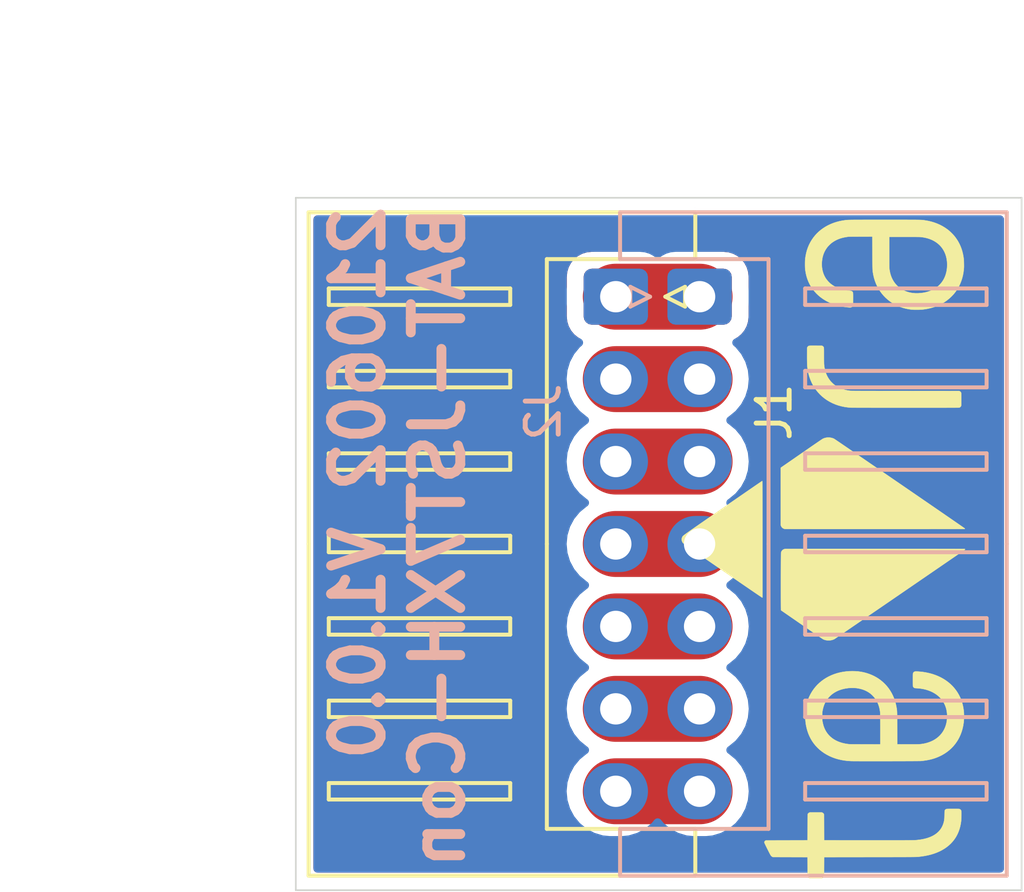
<source format=kicad_pcb>
(kicad_pcb (version 20171130) (host pcbnew 5.1.9-73d0e3b20d~88~ubuntu20.04.1)

  (general
    (thickness 1.6)
    (drawings 7)
    (tracks 7)
    (zones 0)
    (modules 3)
    (nets 8)
  )

  (page A4)
  (title_block
    (title BAT-JST_XH7_Straight-Connector)
    (date 2021-06-03)
    (rev V1.0.0)
    (company "teTra Aviation Corporation")
  )

  (layers
    (0 F.Cu signal hide)
    (31 B.Cu signal hide)
    (32 B.Adhes user)
    (33 F.Adhes user)
    (34 B.Paste user)
    (35 F.Paste user)
    (36 B.SilkS user)
    (37 F.SilkS user)
    (38 B.Mask user)
    (39 F.Mask user)
    (40 Dwgs.User user)
    (41 Cmts.User user)
    (42 Eco1.User user)
    (43 Eco2.User user)
    (44 Edge.Cuts user)
    (45 Margin user)
    (46 B.CrtYd user)
    (47 F.CrtYd user)
    (48 B.Fab user)
    (49 F.Fab user)
  )

  (setup
    (last_trace_width 0.25)
    (user_trace_width 2)
    (trace_clearance 0.2)
    (zone_clearance 0.508)
    (zone_45_only no)
    (trace_min 0.2)
    (via_size 0.8)
    (via_drill 0.4)
    (via_min_size 0.4)
    (via_min_drill 0.3)
    (uvia_size 0.3)
    (uvia_drill 0.1)
    (uvias_allowed no)
    (uvia_min_size 0.2)
    (uvia_min_drill 0.1)
    (edge_width 0.05)
    (segment_width 0.2)
    (pcb_text_width 0.3)
    (pcb_text_size 1.5 1.5)
    (mod_edge_width 0.12)
    (mod_text_size 1 1)
    (mod_text_width 0.15)
    (pad_size 1.524 1.524)
    (pad_drill 0.762)
    (pad_to_mask_clearance 0)
    (aux_axis_origin 0 0)
    (visible_elements FFFFFF7F)
    (pcbplotparams
      (layerselection 0x010fc_ffffffff)
      (usegerberextensions false)
      (usegerberattributes true)
      (usegerberadvancedattributes true)
      (creategerberjobfile true)
      (excludeedgelayer true)
      (linewidth 0.100000)
      (plotframeref false)
      (viasonmask false)
      (mode 1)
      (useauxorigin false)
      (hpglpennumber 1)
      (hpglpenspeed 20)
      (hpglpendiameter 15.000000)
      (psnegative false)
      (psa4output false)
      (plotreference true)
      (plotvalue true)
      (plotinvisibletext false)
      (padsonsilk false)
      (subtractmaskfromsilk false)
      (outputformat 1)
      (mirror false)
      (drillshape 0)
      (scaleselection 1)
      (outputdirectory "gerger/"))
  )

  (net 0 "")
  (net 1 "Net-(J1-Pad7)")
  (net 2 "Net-(J1-Pad6)")
  (net 3 "Net-(J1-Pad5)")
  (net 4 "Net-(J1-Pad4)")
  (net 5 "Net-(J1-Pad3)")
  (net 6 "Net-(J1-Pad2)")
  (net 7 "Net-(J1-Pad1)")

  (net_class Default "This is the default net class."
    (clearance 0.2)
    (trace_width 0.25)
    (via_dia 0.8)
    (via_drill 0.4)
    (uvia_dia 0.3)
    (uvia_drill 0.1)
    (add_net "Net-(J1-Pad1)")
    (add_net "Net-(J1-Pad2)")
    (add_net "Net-(J1-Pad3)")
    (add_net "Net-(J1-Pad4)")
    (add_net "Net-(J1-Pad5)")
    (add_net "Net-(J1-Pad6)")
    (add_net "Net-(J1-Pad7)")
  )

  (module BP5293_series:tetra_log (layer F.Cu) (tedit 60965C1F) (tstamp 60B7CF0C)
    (at 146 94.7 90)
    (fp_text reference G*** (at 0 0 90) (layer F.SilkS) hide
      (effects (font (size 1.524 1.524) (thickness 0.3)))
    )
    (fp_text value LOGO (at 0.75 0 90) (layer F.SilkS) hide
      (effects (font (size 1.524 1.524) (thickness 0.3)))
    )
    (fp_poly (pts (xy -1.043005 -1.295014) (xy -0.980095 -1.294988) (xy -0.916971 -1.294939) (xy -0.853925 -1.294867)
      (xy -0.791248 -1.294773) (xy -0.729232 -1.294656) (xy -0.668168 -1.294517) (xy -0.608349 -1.294357)
      (xy -0.550067 -1.294174) (xy -0.493611 -1.293971) (xy -0.439276 -1.293746) (xy -0.387351 -1.2935)
      (xy -0.338129 -1.293234) (xy -0.291901 -1.292947) (xy -0.24896 -1.292641) (xy -0.209596 -1.292314)
      (xy -0.174102 -1.291967) (xy -0.142769 -1.291601) (xy -0.115889 -1.291216) (xy -0.093753 -1.290812)
      (xy -0.076654 -1.290389) (xy -0.064882 -1.289947) (xy -0.05873 -1.289488) (xy -0.05813 -1.289376)
      (xy -0.029995 -1.279246) (xy -0.005483 -1.264393) (xy 0.015113 -1.245143) (xy 0.031501 -1.22182)
      (xy 0.043386 -1.194751) (xy 0.049611 -1.169736) (xy 0.049835 -1.167456) (xy 0.050051 -1.163198)
      (xy 0.050257 -1.156859) (xy 0.050453 -1.148336) (xy 0.050641 -1.137526) (xy 0.050819 -1.124325)
      (xy 0.050989 -1.108632) (xy 0.051149 -1.090342) (xy 0.051301 -1.069353) (xy 0.051444 -1.045562)
      (xy 0.051578 -1.018865) (xy 0.051704 -0.989161) (xy 0.051822 -0.956345) (xy 0.051931 -0.920315)
      (xy 0.052032 -0.880968) (xy 0.052125 -0.8382) (xy 0.05221 -0.79191) (xy 0.052287 -0.741993)
      (xy 0.052356 -0.688346) (xy 0.052417 -0.630868) (xy 0.052471 -0.569454) (xy 0.052517 -0.504002)
      (xy 0.052556 -0.434408) (xy 0.052587 -0.360571) (xy 0.052611 -0.282386) (xy 0.052628 -0.19975)
      (xy 0.052638 -0.112562) (xy 0.05264 -0.020717) (xy 0.052636 0.075888) (xy 0.052625 0.177354)
      (xy 0.052608 0.283786) (xy 0.052583 0.395287) (xy 0.052553 0.511958) (xy 0.052515 0.633904)
      (xy 0.052472 0.761228) (xy 0.052422 0.894032) (xy 0.052366 1.032419) (xy 0.052304 1.176493)
      (xy 0.052236 1.326356) (xy 0.052162 1.482111) (xy 0.052123 1.56331) (xy 0.052045 1.719216)
      (xy 0.051968 1.869187) (xy 0.051892 2.013332) (xy 0.051817 2.151763) (xy 0.051742 2.284592)
      (xy 0.051666 2.411929) (xy 0.051591 2.533887) (xy 0.051514 2.650575) (xy 0.051438 2.762106)
      (xy 0.05136 2.868591) (xy 0.051281 2.97014) (xy 0.051201 3.066866) (xy 0.051119 3.15888)
      (xy 0.051035 3.246292) (xy 0.050949 3.329214) (xy 0.050861 3.407757) (xy 0.050771 3.482033)
      (xy 0.050677 3.552153) (xy 0.050581 3.618227) (xy 0.050481 3.680368) (xy 0.050378 3.738687)
      (xy 0.050271 3.793294) (xy 0.05016 3.844301) (xy 0.050045 3.89182) (xy 0.049926 3.935962)
      (xy 0.049802 3.976837) (xy 0.049673 4.014557) (xy 0.049539 4.049234) (xy 0.0494 4.080978)
      (xy 0.049255 4.109901) (xy 0.049105 4.136114) (xy 0.048948 4.159729) (xy 0.048785 4.180856)
      (xy 0.048616 4.199608) (xy 0.04844 4.216094) (xy 0.048257 4.230427) (xy 0.048067 4.242717)
      (xy 0.04787 4.253077) (xy 0.047665 4.261617) (xy 0.047452 4.268448) (xy 0.047231 4.273682)
      (xy 0.047002 4.27743) (xy 0.046764 4.279803) (xy 0.046517 4.280912) (xy 0.046492 4.280959)
      (xy 0.041248 4.286602) (xy 0.035688 4.286699) (xy 0.029176 4.281153) (xy 0.026611 4.277935)
      (xy 0.023529 4.273614) (xy 0.017154 4.264486) (xy 0.007585 4.250697) (xy -0.005078 4.232391)
      (xy -0.020735 4.209715) (xy -0.039286 4.182814) (xy -0.060632 4.151834) (xy -0.084673 4.11692)
      (xy -0.111308 4.078217) (xy -0.140438 4.035872) (xy -0.171964 3.99003) (xy -0.205785 3.940836)
      (xy -0.241801 3.888436) (xy -0.279914 3.832975) (xy -0.320022 3.774599) (xy -0.362026 3.713454)
      (xy -0.405826 3.649685) (xy -0.451323 3.583438) (xy -0.498416 3.514858) (xy -0.547006 3.44409)
      (xy -0.596993 3.371281) (xy -0.648276 3.296575) (xy -0.700758 3.220119) (xy -0.754336 3.142058)
      (xy -0.808912 3.062537) (xy -0.864386 2.981703) (xy -0.920658 2.8997) (xy -0.977628 2.816674)
      (xy -1.035196 2.73277) (xy -1.093262 2.648135) (xy -1.151728 2.562914) (xy -1.210491 2.477252)
      (xy -1.269454 2.391294) (xy -1.328516 2.305187) (xy -1.387578 2.219077) (xy -1.446538 2.133107)
      (xy -1.505299 2.047425) (xy -1.563759 1.962175) (xy -1.621819 1.877503) (xy -1.679379 1.793555)
      (xy -1.73634 1.710476) (xy -1.792601 1.628412) (xy -1.848063 1.547508) (xy -1.902625 1.46791)
      (xy -1.956189 1.389764) (xy -2.008653 1.313214) (xy -2.059919 1.238407) (xy -2.109887 1.165488)
      (xy -2.158456 1.094603) (xy -2.205527 1.025896) (xy -2.251 0.959515) (xy -2.294775 0.895603)
      (xy -2.336753 0.834308) (xy -2.376833 0.775774) (xy -2.414916 0.720146) (xy -2.450902 0.667571)
      (xy -2.48469 0.618194) (xy -2.516182 0.572161) (xy -2.545278 0.529617) (xy -2.571877 0.490707)
      (xy -2.595879 0.455577) (xy -2.617186 0.424373) (xy -2.635697 0.397241) (xy -2.651311 0.374325)
      (xy -2.663931 0.355771) (xy -2.673454 0.341726) (xy -2.679783 0.332334) (xy -2.682817 0.32774)
      (xy -2.683063 0.327333) (xy -2.700553 0.287777) (xy -2.713246 0.24544) (xy -2.721122 0.20124)
      (xy -2.724162 0.15609) (xy -2.722347 0.110906) (xy -2.715658 0.066604) (xy -2.704076 0.0241)
      (xy -2.690098 -0.010508) (xy -2.68762 -0.015092) (xy -2.683248 -0.022342) (xy -2.676891 -0.032389)
      (xy -2.668461 -0.045366) (xy -2.657866 -0.061404) (xy -2.645017 -0.080635) (xy -2.629825 -0.10319)
      (xy -2.612199 -0.129201) (xy -2.592049 -0.158801) (xy -2.569286 -0.19212) (xy -2.543819 -0.229291)
      (xy -2.515559 -0.270445) (xy -2.484416 -0.315713) (xy -2.450299 -0.365229) (xy -2.41312 -0.419122)
      (xy -2.372787 -0.477526) (xy -2.329212 -0.540571) (xy -2.282304 -0.608389) (xy -2.261777 -0.638054)
      (xy -2.223984 -0.692665) (xy -2.186983 -0.746138) (xy -2.15093 -0.798246) (xy -2.115979 -0.848763)
      (xy -2.082289 -0.897464) (xy -2.050014 -0.944123) (xy -2.019311 -0.988514) (xy -1.990337 -1.03041)
      (xy -1.963247 -1.069587) (xy -1.938198 -1.105817) (xy -1.915345 -1.138876) (xy -1.894846 -1.168537)
      (xy -1.876855 -1.194575) (xy -1.861531 -1.216763) (xy -1.849028 -1.234875) (xy -1.839502 -1.248686)
      (xy -1.833111 -1.25797) (xy -1.830051 -1.26244) (xy -1.822531 -1.273387) (xy -1.815905 -1.282722)
      (xy -1.811141 -1.289094) (xy -1.809701 -1.29081) (xy -1.806276 -1.291267) (xy -1.797095 -1.291697)
      (xy -1.78245 -1.292099) (xy -1.762632 -1.292475) (xy -1.737934 -1.292823) (xy -1.708646 -1.293145)
      (xy -1.675061 -1.29344) (xy -1.63747 -1.29371) (xy -1.596165 -1.293953) (xy -1.551437 -1.294171)
      (xy -1.503579 -1.294363) (xy -1.452881 -1.29453) (xy -1.399637 -1.294672) (xy -1.344136 -1.294789)
      (xy -1.286671 -1.294882) (xy -1.227534 -1.294951) (xy -1.167016 -1.294996) (xy -1.105409 -1.295016)
      (xy -1.043005 -1.295014)) (layer F.SilkS) (width 0.01))
    (fp_poly (pts (xy 2.099383 -1.299773) (xy 2.15556 -1.299758) (xy 2.208504 -1.299733) (xy 2.257973 -1.299697)
      (xy 2.303725 -1.299651) (xy 2.345518 -1.299596) (xy 2.383112 -1.29953) (xy 2.416264 -1.299455)
      (xy 2.444733 -1.299371) (xy 2.468278 -1.299277) (xy 2.486657 -1.299175) (xy 2.499629 -1.299063)
      (xy 2.506952 -1.298944) (xy 2.508568 -1.298861) (xy 2.513289 -1.295636) (xy 2.519883 -1.288469)
      (xy 2.527188 -1.278647) (xy 2.528384 -1.276856) (xy 2.531313 -1.272533) (xy 2.537533 -1.263464)
      (xy 2.54689 -1.249873) (xy 2.559227 -1.231981) (xy 2.574391 -1.210015) (xy 2.592228 -1.184196)
      (xy 2.612581 -1.154748) (xy 2.635298 -1.121896) (xy 2.660222 -1.085862) (xy 2.687199 -1.046871)
      (xy 2.716076 -1.005146) (xy 2.746696 -0.96091) (xy 2.778905 -0.914387) (xy 2.812549 -0.865802)
      (xy 2.847472 -0.815376) (xy 2.883521 -0.763335) (xy 2.92054 -0.709901) (xy 2.958375 -0.655298)
      (xy 2.958821 -0.654654) (xy 3.009238 -0.581873) (xy 3.056245 -0.51396) (xy 3.0999 -0.450832)
      (xy 3.140261 -0.392402) (xy 3.177386 -0.338586) (xy 3.211333 -0.289299) (xy 3.242161 -0.244456)
      (xy 3.269927 -0.203972) (xy 3.29469 -0.167761) (xy 3.316508 -0.135739) (xy 3.335439 -0.107821)
      (xy 3.351542 -0.083921) (xy 3.364874 -0.063955) (xy 3.375494 -0.047837) (xy 3.383459 -0.035483)
      (xy 3.388829 -0.026807) (xy 3.391399 -0.022254) (xy 3.408038 0.016883) (xy 3.419849 0.058767)
      (xy 3.426834 0.102505) (xy 3.428997 0.147204) (xy 3.42634 0.191971) (xy 3.418865 0.235915)
      (xy 3.406575 0.278142) (xy 3.390438 0.315865) (xy 3.387922 0.319959) (xy 3.382104 0.328852)
      (xy 3.373083 0.342398) (xy 3.360957 0.360452) (xy 3.345827 0.38287) (xy 3.327791 0.409508)
      (xy 3.306949 0.440221) (xy 3.2834 0.474864) (xy 3.257243 0.513293) (xy 3.228577 0.555364)
      (xy 3.197502 0.600931) (xy 3.164117 0.649851) (xy 3.12852 0.701979) (xy 3.090812 0.75717)
      (xy 3.051091 0.815279) (xy 3.009457 0.876164) (xy 2.966009 0.939677) (xy 2.920846 1.005676)
      (xy 2.874067 1.074016) (xy 2.825772 1.144552) (xy 2.776059 1.21714) (xy 2.725029 1.291634)
      (xy 2.67278 1.367891) (xy 2.619411 1.445767) (xy 2.565021 1.525116) (xy 2.509711 1.605793)
      (xy 2.453579 1.687656) (xy 2.396724 1.770558) (xy 2.339245 1.854356) (xy 2.281243 1.938904)
      (xy 2.222815 2.024059) (xy 2.164062 2.109676) (xy 2.105081 2.19561) (xy 2.045974 2.281717)
      (xy 1.986838 2.367852) (xy 1.927774 2.453871) (xy 1.86888 2.53963) (xy 1.810255 2.624983)
      (xy 1.751999 2.709786) (xy 1.694211 2.793894) (xy 1.63699 2.877164) (xy 1.580436 2.959451)
      (xy 1.524647 3.040609) (xy 1.469723 3.120495) (xy 1.415763 3.198964) (xy 1.362867 3.275872)
      (xy 1.311133 3.351074) (xy 1.260661 3.424425) (xy 1.211549 3.49578) (xy 1.163898 3.564997)
      (xy 1.117806 3.631929) (xy 1.073373 3.696432) (xy 1.030698 3.758363) (xy 0.98988 3.817575)
      (xy 0.951018 3.873926) (xy 0.914211 3.927269) (xy 0.87956 3.977462) (xy 0.847162 4.024358)
      (xy 0.817117 4.067814) (xy 0.789525 4.107685) (xy 0.764484 4.143827) (xy 0.742095 4.176095)
      (xy 0.722455 4.204345) (xy 0.705665 4.228431) (xy 0.691823 4.24821) (xy 0.681028 4.263537)
      (xy 0.673381 4.274268) (xy 0.66898 4.280257) (xy 0.667877 4.281553) (xy 0.662045 4.279529)
      (xy 0.658805 4.276714) (xy 0.658566 4.275735) (xy 0.658336 4.27331) (xy 0.658115 4.269332)
      (xy 0.657903 4.26369) (xy 0.657699 4.256277) (xy 0.657504 4.246984) (xy 0.657316 4.2357)
      (xy 0.657137 4.222318) (xy 0.656966 4.206728) (xy 0.656802 4.188822) (xy 0.656647 4.16849)
      (xy 0.656498 4.145623) (xy 0.656357 4.120113) (xy 0.656222 4.09185) (xy 0.656095 4.060726)
      (xy 0.655974 4.026631) (xy 0.65586 3.989457) (xy 0.655753 3.949095) (xy 0.655651 3.905435)
      (xy 0.655556 3.858369) (xy 0.655466 3.807788) (xy 0.655382 3.753582) (xy 0.655304 3.695643)
      (xy 0.655231 3.633863) (xy 0.655164 3.56813) (xy 0.655101 3.498338) (xy 0.655044 3.424377)
      (xy 0.654991 3.346138) (xy 0.654943 3.263511) (xy 0.654899 3.176389) (xy 0.654859 3.084662)
      (xy 0.654824 2.98822) (xy 0.654792 2.886956) (xy 0.654764 2.78076) (xy 0.65474 2.669523)
      (xy 0.654719 2.553137) (xy 0.654702 2.431491) (xy 0.654687 2.304478) (xy 0.654676 2.171989)
      (xy 0.654667 2.033913) (xy 0.654661 1.890143) (xy 0.654657 1.74057) (xy 0.654655 1.585083)
      (xy 0.654655 1.392704) (xy 0.654656 1.244368) (xy 0.654658 1.101845) (xy 0.65466 0.96502)
      (xy 0.654664 0.833774) (xy 0.654669 0.707992) (xy 0.654676 0.587555) (xy 0.654686 0.472347)
      (xy 0.654697 0.362251) (xy 0.654711 0.25715) (xy 0.654727 0.156927) (xy 0.654747 0.061465)
      (xy 0.65477 -0.029352) (xy 0.654796 -0.115643) (xy 0.654826 -0.197523) (xy 0.65486 -0.27511)
      (xy 0.654898 -0.34852) (xy 0.654941 -0.417871) (xy 0.654988 -0.48328) (xy 0.65504 -0.544863)
      (xy 0.655097 -0.602737) (xy 0.65516 -0.65702) (xy 0.655229 -0.707828) (xy 0.655303 -0.755279)
      (xy 0.655383 -0.799489) (xy 0.65547 -0.840575) (xy 0.655564 -0.878655) (xy 0.655664 -0.913844)
      (xy 0.655772 -0.946261) (xy 0.655886 -0.976021) (xy 0.656009 -1.003243) (xy 0.656139 -1.028042)
      (xy 0.656278 -1.050537) (xy 0.656424 -1.070843) (xy 0.65658 -1.089078) (xy 0.656744 -1.105359)
      (xy 0.656917 -1.119803) (xy 0.6571 -1.132526) (xy 0.657292 -1.143646) (xy 0.657494 -1.15328)
      (xy 0.657706 -1.161544) (xy 0.657928 -1.168555) (xy 0.658161 -1.174432) (xy 0.658404 -1.179289)
      (xy 0.658659 -1.183245) (xy 0.658925 -1.186416) (xy 0.659202 -1.188919) (xy 0.659491 -1.190872)
      (xy 0.659792 -1.192391) (xy 0.660105 -1.193592) (xy 0.660365 -1.194404) (xy 0.672296 -1.222871)
      (xy 0.687065 -1.246339) (xy 0.705241 -1.265415) (xy 0.727391 -1.280705) (xy 0.751661 -1.291909)
      (xy 0.76956 -1.298726) (xy 1.635881 -1.299565) (xy 1.707933 -1.299629) (xy 1.778441 -1.299682)
      (xy 1.847165 -1.299722) (xy 1.913862 -1.299752) (xy 1.978292 -1.29977) (xy 2.040213 -1.299777)
      (xy 2.099383 -1.299773)) (layer F.SilkS) (width 0.01))
    (fp_poly (pts (xy -4.982308 -0.554469) (xy -4.946844 -0.553827) (xy -4.914895 -0.55264) (xy -4.885199 -0.550814)
      (xy -4.856496 -0.548253) (xy -4.827522 -0.544862) (xy -4.797019 -0.540545) (xy -4.763723 -0.535208)
      (xy -4.762721 -0.53504) (xy -4.67423 -0.517253) (xy -4.588427 -0.494108) (xy -4.505453 -0.465735)
      (xy -4.425449 -0.432262) (xy -4.348557 -0.393816) (xy -4.274916 -0.350527) (xy -4.204669 -0.302522)
      (xy -4.137957 -0.24993) (xy -4.074919 -0.192878) (xy -4.015699 -0.131496) (xy -3.960436 -0.065911)
      (xy -3.909271 0.003749) (xy -3.862347 0.077354) (xy -3.819803 0.154778) (xy -3.781781 0.235891)
      (xy -3.748423 0.320565) (xy -3.719868 0.408672) (xy -3.718154 0.414611) (xy -3.696263 0.501016)
      (xy -3.679112 0.590366) (xy -3.66675 0.681785) (xy -3.659228 0.774399) (xy -3.656596 0.867334)
      (xy -3.658905 0.959714) (xy -3.666203 1.050666) (xy -3.677132 1.130905) (xy -3.693697 1.214796)
      (xy -3.715576 1.297884) (xy -3.742504 1.379486) (xy -3.774214 1.458923) (xy -3.810441 1.53551)
      (xy -3.850919 1.608568) (xy -3.883177 1.659544) (xy -3.933924 1.730032) (xy -3.988916 1.796268)
      (xy -4.048012 1.858165) (xy -4.111073 1.915636) (xy -4.177959 1.968594) (xy -4.24853 2.016951)
      (xy -4.322646 2.060621) (xy -4.400167 2.099517) (xy -4.480952 2.133551) (xy -4.564863 2.162636)
      (xy -4.651758 2.186686) (xy -4.741499 2.205614) (xy -4.76865 2.210231) (xy -4.781543 2.212312)
      (xy -4.793391 2.21421) (xy -4.804511 2.215934) (xy -4.81522 2.217493) (xy -4.825837 2.218897)
      (xy -4.836679 2.220156) (xy -4.848063 2.221278) (xy -4.860308 2.222274) (xy -4.873731 2.223151)
      (xy -4.888649 2.22392) (xy -4.905381 2.224591) (xy -4.924243 2.225172) (xy -4.945554 2.225672)
      (xy -4.969631 2.226102) (xy -4.996791 2.22647) (xy -5.027354 2.226786) (xy -5.061635 2.227059)
      (xy -5.099953 2.227299) (xy -5.142625 2.227514) (xy -5.18997 2.227715) (xy -5.242304 2.227911)
      (xy -5.299945 2.22811) (xy -5.363212 2.228323) (xy -5.385404 2.228398) (xy -5.876773 2.23006)
      (xy -5.877668 2.530929) (xy -5.877812 2.586178) (xy -5.877891 2.635796) (xy -5.877895 2.6802)
      (xy -5.877814 2.719807) (xy -5.87764 2.755033) (xy -5.877362 2.786295) (xy -5.87697 2.814009)
      (xy -5.876456 2.838593) (xy -5.875809 2.860462) (xy -5.87502 2.880035) (xy -5.87408 2.897726)
      (xy -5.872978 2.913953) (xy -5.871704 2.929133) (xy -5.87025 2.943681) (xy -5.868606 2.958016)
      (xy -5.867612 2.966004) (xy -5.855215 3.04314) (xy -5.838172 3.117076) (xy -5.816598 3.187663)
      (xy -5.79061 3.25475) (xy -5.760321 3.318188) (xy -5.725849 3.377828) (xy -5.687308 3.433519)
      (xy -5.644815 3.485112) (xy -5.598484 3.532458) (xy -5.548432 3.575405) (xy -5.494774 3.613805)
      (xy -5.437625 3.647508) (xy -5.377102 3.676365) (xy -5.313319 3.700224) (xy -5.296812 3.705411)
      (xy -5.228777 3.7231) (xy -5.159202 3.735607) (xy -5.088762 3.742936) (xy -5.01813 3.745088)
      (xy -4.94798 3.742069) (xy -4.878985 3.73388) (xy -4.811819 3.720527) (xy -4.748979 3.702618)
      (xy -4.685245 3.678406) (xy -4.624598 3.649031) (xy -4.567165 3.614607) (xy -4.513075 3.575244)
      (xy -4.462457 3.531056) (xy -4.415438 3.482155) (xy -4.372148 3.428653) (xy -4.332714 3.370662)
      (xy -4.297265 3.308296) (xy -4.296338 3.306502) (xy -4.265493 3.241245) (xy -4.239188 3.173882)
      (xy -4.217313 3.103972) (xy -4.199758 3.031076) (xy -4.186411 2.954754) (xy -4.177163 2.874567)
      (xy -4.173058 2.815697) (xy -4.171971 2.796215) (xy -4.170923 2.781635) (xy -4.169734 2.770816)
      (xy -4.168227 2.762615) (xy -4.166221 2.755892) (xy -4.16354 2.749504) (xy -4.162283 2.74688)
      (xy -4.150701 2.729488) (xy -4.135254 2.716746) (xy -4.122214 2.710624) (xy -4.118644 2.70976)
      (xy -4.112863 2.709018) (xy -4.104462 2.70839) (xy -4.093033 2.707867) (xy -4.078166 2.70744)
      (xy -4.059453 2.707101) (xy -4.036485 2.706843) (xy -4.008854 2.706655) (xy -3.97615 2.706529)
      (xy -3.937966 2.706458) (xy -3.921663 2.706443) (xy -3.881166 2.706415) (xy -3.846253 2.706423)
      (xy -3.816461 2.70651) (xy -3.791328 2.70672) (xy -3.77039 2.707096) (xy -3.753185 2.707683)
      (xy -3.739249 2.708523) (xy -3.728119 2.709662) (xy -3.719333 2.711142) (xy -3.712426 2.713008)
      (xy -3.706937 2.715303) (xy -3.702402 2.71807) (xy -3.698358 2.721355) (xy -3.694342 2.7252)
      (xy -3.691335 2.728213) (xy -3.682517 2.737752) (xy -3.676026 2.74696) (xy -3.671536 2.756995)
      (xy -3.668723 2.769012) (xy -3.667261 2.784169) (xy -3.666825 2.803621) (xy -3.666889 2.815167)
      (xy -3.667994 2.851542) (xy -3.670476 2.892233) (xy -3.674202 2.9357) (xy -3.67904 2.980402)
      (xy -3.684718 3.02381) (xy -3.701252 3.121449) (xy -3.722492 3.215987) (xy -3.748349 3.307295)
      (xy -3.778733 3.395247) (xy -3.813552 3.479714) (xy -3.852718 3.560568) (xy -3.896139 3.637681)
      (xy -3.943725 3.710925) (xy -3.995386 3.780172) (xy -4.051031 3.845295) (xy -4.110571 3.906165)
      (xy -4.173915 3.962655) (xy -4.240972 4.014636) (xy -4.311653 4.061981) (xy -4.385867 4.104561)
      (xy -4.463523 4.142249) (xy -4.478847 4.148926) (xy -4.556307 4.178917) (xy -4.637171 4.204098)
      (xy -4.721064 4.224382) (xy -4.80761 4.23968) (xy -4.896436 4.249904) (xy -4.915202 4.251388)
      (xy -4.935283 4.252495) (xy -4.96002 4.253293) (xy -4.988029 4.253784) (xy -5.017927 4.253971)
      (xy -5.048328 4.253855) (xy -5.077849 4.253439) (xy -5.105107 4.252724) (xy -5.128718 4.251711)
      (xy -5.138964 4.251078) (xy -5.231352 4.24178) (xy -5.321218 4.227166) (xy -5.408425 4.207328)
      (xy -5.492836 4.182355) (xy -5.574311 4.152337) (xy -5.652714 4.117367) (xy -5.727908 4.077532)
      (xy -5.799753 4.032925) (xy -5.868113 3.983636) (xy -5.93285 3.929755) (xy -5.993825 3.871372)
      (xy -6.050903 3.808577) (xy -6.103944 3.741463) (xy -6.152811 3.670117) (xy -6.197366 3.594632)
      (xy -6.227391 3.536346) (xy -6.255096 3.47609) (xy -6.279747 3.415651) (xy -6.301535 3.354299)
      (xy -6.320647 3.291307) (xy -6.337275 3.225945) (xy -6.351607 3.157484) (xy -6.363833 3.085196)
      (xy -6.374144 3.008352) (xy -6.38079 2.946703) (xy -6.381122 2.940292) (xy -6.381445 2.928107)
      (xy -6.38176 2.910421) (xy -6.382067 2.88751) (xy -6.382365 2.859645) (xy -6.382653 2.827101)
      (xy -6.382931 2.790151) (xy -6.3832 2.749069) (xy -6.383458 2.70413) (xy -6.383706 2.655605)
      (xy -6.383942 2.60377) (xy -6.384167 2.548897) (xy -6.38438 2.491261) (xy -6.384582 2.431135)
      (xy -6.384771 2.368792) (xy -6.384947 2.304507) (xy -6.38511 2.238553) (xy -6.385259 2.171204)
      (xy -6.385395 2.102734) (xy -6.385517 2.033415) (xy -6.385624 1.963522) (xy -6.385716 1.893329)
      (xy -6.385793 1.823108) (xy -6.385855 1.753135) (xy -6.385876 1.720548) (xy -5.878572 1.720548)
      (xy -5.433173 1.720536) (xy -5.371911 1.720512) (xy -5.313661 1.720447) (xy -5.25868 1.720342)
      (xy -5.207222 1.720198) (xy -5.159543 1.720017) (xy -5.115899 1.7198) (xy -5.076544 1.71955)
      (xy -5.041734 1.719267) (xy -5.011724 1.718953) (xy -4.98677 1.718611) (xy -4.967126 1.718241)
      (xy -4.953049 1.717845) (xy -4.94544 1.717475) (xy -4.868749 1.709374) (xy -4.795487 1.696375)
      (xy -4.725691 1.678491) (xy -4.659393 1.655738) (xy -4.59663 1.628129) (xy -4.537435 1.59568)
      (xy -4.481845 1.558406) (xy -4.429893 1.51632) (xy -4.397974 1.486273) (xy -4.37205 1.459515)
      (xy -4.349686 1.434302) (xy -4.329405 1.408832) (xy -4.309735 1.381299) (xy -4.29905 1.36525)
      (xy -4.266101 1.309732) (xy -4.237755 1.251184) (xy -4.213909 1.189309) (xy -4.194456 1.123809)
      (xy -4.179293 1.054386) (xy -4.170848 1.000881) (xy -4.168923 0.9823) (xy -4.167386 0.958896)
      (xy -4.166243 0.931879) (xy -4.165502 0.902462) (xy -4.16517 0.871857) (xy -4.165255 0.841276)
      (xy -4.165764 0.811931) (xy -4.166704 0.785034) (xy -4.168083 0.761796) (xy -4.169309 0.748393)
      (xy -4.180706 0.668037) (xy -4.196696 0.591612) (xy -4.217283 0.519108) (xy -4.24247 0.450516)
      (xy -4.272262 0.385827) (xy -4.306662 0.325033) (xy -4.345675 0.268124) (xy -4.389304 0.215092)
      (xy -4.41808 0.184748) (xy -4.465934 0.14065) (xy -4.516546 0.101396) (xy -4.570182 0.066859)
      (xy -4.627107 0.036909) (xy -4.687586 0.01142) (xy -4.751883 -0.009738) (xy -4.820264 -0.026692)
      (xy -4.877366 -0.037201) (xy -4.889314 -0.038994) (xy -4.900633 -0.040427) (xy -4.912202 -0.041539)
      (xy -4.924901 -0.042369) (xy -4.939609 -0.042956) (xy -4.957204 -0.043339) (xy -4.978568 -0.043558)
      (xy -5.004578 -0.043651) (xy -5.022547 -0.043663) (xy -5.057327 -0.043534) (xy -5.087135 -0.043084)
      (xy -5.113043 -0.042216) (xy -5.136123 -0.040833) (xy -5.157447 -0.038839) (xy -5.178085 -0.036137)
      (xy -5.199111 -0.032631) (xy -5.221595 -0.028223) (xy -5.241773 -0.023891) (xy -5.309814 -0.005997)
      (xy -5.374433 0.016845) (xy -5.435547 0.044543) (xy -5.493078 0.077003) (xy -5.546942 0.114135)
      (xy -5.59706 0.155845) (xy -5.643349 0.20204) (xy -5.685729 0.252628) (xy -5.724119 0.307516)
      (xy -5.758437 0.366612) (xy -5.788601 0.429823) (xy -5.814532 0.497057) (xy -5.836148 0.568221)
      (xy -5.853367 0.643222) (xy -5.860165 0.681289) (xy -5.862263 0.694154) (xy -5.864169 0.70594)
      (xy -5.865894 0.71698) (xy -5.867448 0.727602) (xy -5.86884 0.738138) (xy -5.87008 0.748919)
      (xy -5.871179 0.760274) (xy -5.872145 0.772534) (xy -5.872989 0.786031) (xy -5.873721 0.801093)
      (xy -5.87435 0.818052) (xy -5.874886 0.837239) (xy -5.875339 0.858983) (xy -5.87572 0.883616)
      (xy -5.876037 0.911468) (xy -5.876301 0.942868) (xy -5.876521 0.978149) (xy -5.876708 1.01764)
      (xy -5.876871 1.061672) (xy -5.87702 1.110576) (xy -5.877165 1.164681) (xy -5.877315 1.224318)
      (xy -5.877405 1.260173) (xy -5.878572 1.720548) (xy -6.385876 1.720548) (xy -6.385901 1.683682)
      (xy -6.38593 1.615023) (xy -6.385943 1.547431) (xy -6.385939 1.481182) (xy -6.385918 1.416547)
      (xy -6.38588 1.353801) (xy -6.385823 1.293218) (xy -6.385748 1.23507) (xy -6.385655 1.179633)
      (xy -6.385543 1.127179) (xy -6.385411 1.077982) (xy -6.38526 1.032316) (xy -6.385088 0.990454)
      (xy -6.384897 0.95267) (xy -6.384685 0.919239) (xy -6.384451 0.890432) (xy -6.384197 0.866525)
      (xy -6.38392 0.847791) (xy -6.383622 0.834503) (xy -6.383449 0.829622) (xy -6.376627 0.728356)
      (xy -6.365239 0.630878) (xy -6.349226 0.536949) (xy -6.328533 0.446328) (xy -6.303102 0.358777)
      (xy -6.272878 0.274054) (xy -6.237802 0.19192) (xy -6.227799 0.17079) (xy -6.185888 0.090619)
      (xy -6.139754 0.014754) (xy -6.089496 -0.056734) (xy -6.035212 -0.123772) (xy -5.976999 -0.186287)
      (xy -5.914955 -0.244207) (xy -5.849178 -0.29746) (xy -5.779764 -0.345972) (xy -5.706813 -0.389671)
      (xy -5.630421 -0.428486) (xy -5.550687 -0.462342) (xy -5.467707 -0.491169) (xy -5.381581 -0.514892)
      (xy -5.292404 -0.533441) (xy -5.275035 -0.536389) (xy -5.242406 -0.541479) (xy -5.212253 -0.545585)
      (xy -5.183321 -0.548798) (xy -5.154355 -0.55121) (xy -5.124101 -0.552911) (xy -5.091304 -0.553991)
      (xy -5.054708 -0.554541) (xy -5.022547 -0.554661) (xy -4.982308 -0.554469)) (layer F.SilkS) (width 0.01))
    (fp_poly (pts (xy 8.688917 -0.563852) (xy 8.728196 -0.563617) (xy 8.762786 -0.562916) (xy 8.794034 -0.561645)
      (xy 8.823287 -0.559699) (xy 8.851893 -0.556974) (xy 8.881199 -0.553363) (xy 8.912552 -0.548762)
      (xy 8.939893 -0.54432) (xy 9.026609 -0.526818) (xy 9.111037 -0.50386) (xy 9.192976 -0.475562)
      (xy 9.27223 -0.44204) (xy 9.348598 -0.403407) (xy 9.421883 -0.35978) (xy 9.491885 -0.311274)
      (xy 9.558405 -0.258004) (xy 9.621245 -0.200085) (xy 9.680206 -0.137633) (xy 9.717331 -0.093449)
      (xy 9.769834 -0.023141) (xy 9.817821 0.05107) (xy 9.861203 0.128963) (xy 9.899889 0.210319)
      (xy 9.933788 0.294918) (xy 9.962809 0.382539) (xy 9.986863 0.472963) (xy 10.005858 0.56597)
      (xy 10.016064 0.632255) (xy 10.017421 0.64231) (xy 10.018695 0.651714) (xy 10.01989 0.660668)
      (xy 10.021009 0.669371) (xy 10.022053 0.678025) (xy 10.023026 0.68683) (xy 10.023929 0.695986)
      (xy 10.024766 0.705694) (xy 10.025539 0.716155) (xy 10.026251 0.727569) (xy 10.026903 0.740136)
      (xy 10.027499 0.754057) (xy 10.028041 0.769533) (xy 10.028532 0.786763) (xy 10.028975 0.805949)
      (xy 10.02937 0.827292) (xy 10.029723 0.85099) (xy 10.030034 0.877246) (xy 10.030306 0.906259)
      (xy 10.030543 0.93823) (xy 10.030746 0.973359) (xy 10.030917 1.011848) (xy 10.031061 1.053896)
      (xy 10.031178 1.099704) (xy 10.031273 1.149473) (xy 10.031346 1.203402) (xy 10.031401 1.261693)
      (xy 10.031441 1.324547) (xy 10.031467 1.392162) (xy 10.031482 1.464741) (xy 10.03149 1.542483)
      (xy 10.031492 1.62559) (xy 10.03149 1.71426) (xy 10.031489 1.808696) (xy 10.031488 1.84906)
      (xy 10.03149 1.946026) (xy 10.031494 2.037144) (xy 10.031497 2.122613) (xy 10.031497 2.202634)
      (xy 10.03149 2.277407) (xy 10.031474 2.34713) (xy 10.031446 2.412004) (xy 10.031403 2.472228)
      (xy 10.031344 2.528002) (xy 10.031264 2.579526) (xy 10.031161 2.627) (xy 10.031033 2.670622)
      (xy 10.030877 2.710594) (xy 10.030689 2.747114) (xy 10.030468 2.780382) (xy 10.03021 2.810598)
      (xy 10.029913 2.837962) (xy 10.029574 2.862673) (xy 10.02919 2.884932) (xy 10.028758 2.904937)
      (xy 10.028276 2.922889) (xy 10.027741 2.938986) (xy 10.02715 2.95343) (xy 10.026501 2.96642)
      (xy 10.02579 2.978154) (xy 10.025016 2.988834) (xy 10.024174 2.998658) (xy 10.023263 3.007827)
      (xy 10.02228 3.01654) (xy 10.021222 3.024997) (xy 10.020085 3.033398) (xy 10.018869 3.041941)
      (xy 10.017569 3.050828) (xy 10.016183 3.060257) (xy 10.014708 3.070429) (xy 10.014672 3.070679)
      (xy 9.998222 3.166043) (xy 9.97659 3.258748) (xy 9.949841 3.348641) (xy 9.918039 3.435568)
      (xy 9.881249 3.519376) (xy 9.839533 3.599912) (xy 9.792957 3.677023) (xy 9.741584 3.750554)
      (xy 9.716638 3.782786) (xy 9.69908 3.803751) (xy 9.677884 3.827413) (xy 9.654079 3.852741)
      (xy 9.628695 3.878704) (xy 9.602761 3.904274) (xy 9.577307 3.928419) (xy 9.553363 3.95011)
      (xy 9.531958 3.968317) (xy 9.528024 3.971489) (xy 9.506334 3.988195) (xy 9.481472 4.006367)
      (xy 9.454869 4.025028) (xy 9.427955 4.043204) (xy 9.402158 4.059919) (xy 9.378908 4.074199)
      (xy 9.369274 4.079787) (xy 9.298134 4.117393) (xy 9.225896 4.150161) (xy 9.151933 4.178288)
      (xy 9.075615 4.201973) (xy 8.996314 4.221411) (xy 8.913401 4.236801) (xy 8.835572 4.247309)
      (xy 8.823575 4.248349) (xy 8.806818 4.249354) (xy 8.786249 4.250303) (xy 8.762817 4.251176)
      (xy 8.737473 4.251952) (xy 8.711165 4.252611) (xy 8.684843 4.253133) (xy 8.659457 4.253496)
      (xy 8.635955 4.253682) (xy 8.615288 4.253669) (xy 8.598404 4.253438) (xy 8.586252 4.252967)
      (xy 8.583084 4.252722) (xy 8.575318 4.252015) (xy 8.563204 4.250956) (xy 8.548423 4.249692)
      (xy 8.533191 4.248412) (xy 8.444021 4.238156) (xy 8.3563 4.222422) (xy 8.270388 4.201333)
      (xy 8.186641 4.17501) (xy 8.105417 4.143575) (xy 8.027075 4.107149) (xy 7.951973 4.065854)
      (xy 7.900238 4.033263) (xy 7.858214 4.004256) (xy 7.819545 3.975267) (xy 7.782774 3.945082)
      (xy 7.746445 3.912487) (xy 7.709103 3.876267) (xy 7.695553 3.86254) (xy 7.637002 3.798312)
      (xy 7.582895 3.730063) (xy 7.533309 3.657952) (xy 7.488318 3.582139) (xy 7.447999 3.502784)
      (xy 7.412427 3.420047) (xy 7.381678 3.334088) (xy 7.355827 3.245067) (xy 7.334951 3.153144)
      (xy 7.320857 3.070679) (xy 7.315948 3.034936) (xy 7.312045 3.001546) (xy 7.309057 2.969108)
      (xy 7.306891 2.936225) (xy 7.305455 2.901498) (xy 7.304657 2.863529) (xy 7.304551 2.845686)
      (xy 7.802556 2.845686) (xy 7.803929 2.879488) (xy 7.80974 2.952447) (xy 7.818712 3.020881)
      (xy 7.831026 3.085529) (xy 7.846865 3.14713) (xy 7.866412 3.206424) (xy 7.88985 3.264149)
      (xy 7.909172 3.305024) (xy 7.943151 3.366515) (xy 7.981334 3.423692) (xy 8.02361 3.476476)
      (xy 8.069864 3.524787) (xy 8.119983 3.568544) (xy 8.173854 3.607668) (xy 8.231363 3.642079)
      (xy 8.292396 3.671695) (xy 8.356841 3.696439) (xy 8.424582 3.716228) (xy 8.495508 3.730984)
      (xy 8.518072 3.734516) (xy 8.588778 3.74213) (xy 8.661429 3.744939) (xy 8.734259 3.742915)
      (xy 8.784167 3.738635) (xy 8.85588 3.727873) (xy 8.924659 3.711859) (xy 8.990368 3.690705)
      (xy 9.05287 3.66452) (xy 9.112028 3.633416) (xy 9.167707 3.597502) (xy 9.219769 3.556889)
      (xy 9.268078 3.511688) (xy 9.312498 3.462008) (xy 9.352892 3.407961) (xy 9.389124 3.349657)
      (xy 9.421057 3.287206) (xy 9.448555 3.220718) (xy 9.45824 3.193143) (xy 9.472921 3.145558)
      (xy 9.48536 3.097037) (xy 9.495865 3.046166) (xy 9.504744 2.991531) (xy 9.508931 2.96028)
      (xy 9.509668 2.954085) (xy 9.510337 2.947635) (xy 9.510939 2.940619) (xy 9.51148 2.932729)
      (xy 9.511962 2.923657) (xy 9.512389 2.913093) (xy 9.512764 2.900728) (xy 9.51309 2.886253)
      (xy 9.51337 2.86936) (xy 9.513609 2.849739) (xy 9.513809 2.827082) (xy 9.513973 2.801079)
      (xy 9.514106 2.771421) (xy 9.51421 2.737801) (xy 9.514288 2.699908) (xy 9.514344 2.657434)
      (xy 9.514382 2.610069) (xy 9.514405 2.557506) (xy 9.514415 2.499435) (xy 9.514417 2.45231)
      (xy 9.514417 1.988155) (xy 9.051774 1.988155) (xy 8.98818 1.988157) (xy 8.930313 1.988167)
      (xy 8.877851 1.988193) (xy 8.830473 1.988243) (xy 8.787858 1.988324) (xy 8.749684 1.988445)
      (xy 8.715632 1.988613) (xy 8.685379 1.988836) (xy 8.658604 1.989121) (xy 8.634986 1.989477)
      (xy 8.614204 1.989911) (xy 8.595937 1.990431) (xy 8.579864 1.991045) (xy 8.565663 1.99176)
      (xy 8.553013 1.992584) (xy 8.541594 1.993524) (xy 8.531084 1.99459) (xy 8.521161 1.995788)
      (xy 8.511505 1.997126) (xy 8.501794 1.998612) (xy 8.491708 2.000254) (xy 8.481786 2.001914)
      (xy 8.410911 2.016656) (xy 8.342828 2.036547) (xy 8.277732 2.061503) (xy 8.215818 2.091437)
      (xy 8.157278 2.126264) (xy 8.102307 2.165898) (xy 8.092584 2.173717) (xy 8.042141 2.218817)
      (xy 7.996237 2.26779) (xy 7.954964 2.32041) (xy 7.918414 2.376454) (xy 7.88668 2.435696)
      (xy 7.859853 2.49791) (xy 7.838026 2.562871) (xy 7.821291 2.630355) (xy 7.809739 2.700135)
      (xy 7.803463 2.771987) (xy 7.802556 2.845686) (xy 7.304551 2.845686) (xy 7.304404 2.821215)
      (xy 7.304562 2.783269) (xy 7.30513 2.750054) (xy 7.306208 2.72026) (xy 7.307897 2.692579)
      (xy 7.310299 2.665701) (xy 7.313515 2.638317) (xy 7.317647 2.609118) (xy 7.322795 2.576794)
      (xy 7.323763 2.570991) (xy 7.341213 2.484638) (xy 7.364285 2.399865) (xy 7.392808 2.317011)
      (xy 7.426616 2.236411) (xy 7.46554 2.158402) (xy 7.509411 2.083323) (xy 7.558061 2.011508)
      (xy 7.611322 1.943297) (xy 7.669026 1.879025) (xy 7.669635 1.878393) (xy 7.731928 1.818109)
      (xy 7.798128 1.76235) (xy 7.867996 1.71124) (xy 7.94129 1.664905) (xy 8.017771 1.623469)
      (xy 8.097198 1.587056) (xy 8.179331 1.55579) (xy 8.263928 1.529797) (xy 8.350751 1.5092)
      (xy 8.400212 1.500077) (xy 8.415025 1.497606) (xy 8.428535 1.495353) (xy 8.441067 1.493306)
      (xy 8.452943 1.491455) (xy 8.464484 1.489789) (xy 8.476014 1.488298) (xy 8.487855 1.486972)
      (xy 8.50033 1.485799) (xy 8.513761 1.48477) (xy 8.528471 1.483873) (xy 8.544782 1.4831)
      (xy 8.563017 1.482438) (xy 8.583498 1.481877) (xy 8.606548 1.481407) (xy 8.632489 1.481018)
      (xy 8.661644 1.480699) (xy 8.694336 1.480439) (xy 8.730886 1.480228) (xy 8.771619 1.480056)
      (xy 8.816855 1.479911) (xy 8.866917 1.479784) (xy 8.922129 1.479664) (xy 8.982812 1.479541)
      (xy 9.034548 1.479434) (xy 9.525323 1.478404) (xy 9.524207 1.127006) (xy 9.524026 1.072546)
      (xy 9.523846 1.023772) (xy 9.52366 0.980322) (xy 9.523463 0.941834) (xy 9.523248 0.907946)
      (xy 9.523011 0.878297) (xy 9.522743 0.852524) (xy 9.522441 0.830266) (xy 9.522098 0.811161)
      (xy 9.521708 0.794847) (xy 9.521266 0.780961) (xy 9.520764 0.769143) (xy 9.520199 0.759031)
      (xy 9.519563 0.750262) (xy 9.518851 0.742475) (xy 9.518056 0.735308) (xy 9.517807 0.733274)
      (xy 9.50585 0.654866) (xy 9.490051 0.580912) (xy 9.470294 0.511104) (xy 9.446461 0.445131)
      (xy 9.418434 0.382684) (xy 9.386095 0.323451) (xy 9.349329 0.267124) (xy 9.332433 0.244121)
      (xy 9.315795 0.223648) (xy 9.295514 0.200966) (xy 9.272852 0.177324) (xy 9.24907 0.153974)
      (xy 9.225432 0.132167) (xy 9.203199 0.113153) (xy 9.189358 0.10233) (xy 9.134932 0.065068)
      (xy 9.078714 0.033045) (xy 9.020339 0.006136) (xy 8.959441 -0.015786) (xy 8.895654 -0.032847)
      (xy 8.828612 -0.045173) (xy 8.75795 -0.05289) (xy 8.734533 -0.054405) (xy 8.66427 -0.055564)
      (xy 8.595446 -0.051375) (xy 8.528405 -0.041924) (xy 8.46349 -0.027298) (xy 8.401045 -0.007583)
      (xy 8.341412 0.017134) (xy 8.284936 0.046766) (xy 8.251977 0.067355) (xy 8.21464 0.094295)
      (xy 8.177212 0.125182) (xy 8.141291 0.158556) (xy 8.108474 0.192956) (xy 8.087525 0.217715)
      (xy 8.046942 0.273383) (xy 8.010566 0.333315) (xy 7.978443 0.397383) (xy 7.950621 0.465462)
      (xy 7.927143 0.537427) (xy 7.908057 0.613151) (xy 7.893409 0.692509) (xy 7.883244 0.775376)
      (xy 7.883206 0.775783) (xy 7.879704 0.804743) (xy 7.874982 0.828347) (xy 7.868809 0.847205)
      (xy 7.860953 0.861926) (xy 7.851183 0.87312) (xy 7.844351 0.878368) (xy 7.83995 0.881119)
      (xy 7.835385 0.883479) (xy 7.830185 0.885475) (xy 7.823878 0.887134) (xy 7.815992 0.888485)
      (xy 7.806054 0.889554) (xy 7.793593 0.890369) (xy 7.778136 0.890957) (xy 7.759212 0.891345)
      (xy 7.736348 0.89156) (xy 7.709072 0.891631) (xy 7.676913 0.891584) (xy 7.639398 0.891447)
      (xy 7.619986 0.89136) (xy 7.582148 0.891179) (xy 7.549874 0.891005) (xy 7.52268 0.890817)
      (xy 7.500083 0.8906) (xy 7.481598 0.890335) (xy 7.466743 0.890003) (xy 7.455033 0.889589)
      (xy 7.445984 0.889073) (xy 7.439114 0.888437) (xy 7.433938 0.887665) (xy 7.429972 0.886738)
      (xy 7.426733 0.885638) (xy 7.423738 0.884348) (xy 7.423241 0.88412) (xy 7.405519 0.872736)
      (xy 7.391043 0.857008) (xy 7.381191 0.838603) (xy 7.378184 0.828646) (xy 7.376221 0.817109)
      (xy 7.37529 0.803176) (xy 7.375379 0.786033) (xy 7.376477 0.764861) (xy 7.378572 0.738846)
      (xy 7.379617 0.72762) (xy 7.392098 0.624944) (xy 7.409542 0.525648) (xy 7.431943 0.429752)
      (xy 7.459292 0.337277) (xy 7.491584 0.248241) (xy 7.528812 0.162665) (xy 7.570969 0.080569)
      (xy 7.618049 0.001972) (xy 7.635571 -0.024533) (xy 7.687082 -0.095326) (xy 7.742491 -0.161532)
      (xy 7.801651 -0.223058) (xy 7.864415 -0.279812) (xy 7.930637 -0.331701) (xy 8.000167 -0.378634)
      (xy 8.072861 -0.420518) (xy 8.14857 -0.45726) (xy 8.227147 -0.48877) (xy 8.308445 -0.514953)
      (xy 8.392317 -0.535718) (xy 8.474122 -0.550325) (xy 8.501386 -0.554151) (xy 8.52601 -0.557212)
      (xy 8.549226 -0.559585) (xy 8.572268 -0.561348) (xy 8.59637 -0.562579) (xy 8.622765 -0.563355)
      (xy 8.652686 -0.563753) (xy 8.687367 -0.563853) (xy 8.688917 -0.563852)) (layer F.SilkS) (width 0.01))
    (fp_poly (pts (xy -8.822219 -1.790162) (xy -8.808724 -1.779625) (xy -8.798397 -1.764768) (xy -8.791726 -1.752297)
      (xy -8.788702 -0.488345) (xy -8.395607 -0.486833) (xy -8.338686 -0.486611) (xy -8.287498 -0.486401)
      (xy -8.241728 -0.486197) (xy -8.201062 -0.485996) (xy -8.165185 -0.485791) (xy -8.133782 -0.485576)
      (xy -8.10654 -0.485347) (xy -8.083143 -0.485097) (xy -8.063276 -0.484823) (xy -8.046625 -0.484517)
      (xy -8.032876 -0.484175) (xy -8.021714 -0.483792) (xy -8.012824 -0.483361) (xy -8.005891 -0.482878)
      (xy -8.000601 -0.482338) (xy -7.99664 -0.481734) (xy -7.993693 -0.481061) (xy -7.991444 -0.480315)
      (xy -7.990416 -0.479882) (xy -7.974201 -0.469654) (xy -7.959942 -0.455066) (xy -7.949268 -0.437794)
      (xy -7.949026 -0.437265) (xy -7.942035 -0.421821) (xy -7.942035 -0.052916) (xy -7.949901 -0.036285)
      (xy -7.960953 -0.017831) (xy -7.974925 -0.003864) (xy -7.987353 0.004084) (xy -7.999488 0.010584)
      (xy -8.788702 0.013608) (xy -8.789594 1.295703) (xy -8.789669 1.406914) (xy -8.789733 1.512252)
      (xy -8.789787 1.611892) (xy -8.789827 1.706008) (xy -8.789855 1.794775) (xy -8.789867 1.878367)
      (xy -8.789864 1.956958) (xy -8.789844 2.030724) (xy -8.789805 2.099839) (xy -8.789747 2.164478)
      (xy -8.789669 2.224815) (xy -8.789569 2.281024) (xy -8.789447 2.333281) (xy -8.7893 2.38176)
      (xy -8.789128 2.426635) (xy -8.788931 2.468081) (xy -8.788706 2.506272) (xy -8.788452 2.541384)
      (xy -8.788169 2.57359) (xy -8.787855 2.603066) (xy -8.787509 2.629986) (xy -8.78713 2.654524)
      (xy -8.786717 2.676855) (xy -8.786268 2.697154) (xy -8.785783 2.715594) (xy -8.78526 2.732352)
      (xy -8.784699 2.747601) (xy -8.784097 2.761516) (xy -8.783455 2.774271) (xy -8.78277 2.786041)
      (xy -8.782042 2.797001) (xy -8.781269 2.807325) (xy -8.780451 2.817188) (xy -8.779586 2.826764)
      (xy -8.779539 2.827262) (xy -8.769254 2.915416) (xy -8.755426 2.998728) (xy -8.738061 3.077192)
      (xy -8.717164 3.150798) (xy -8.692741 3.219539) (xy -8.664798 3.283407) (xy -8.633339 3.342393)
      (xy -8.59837 3.396491) (xy -8.559897 3.445691) (xy -8.517924 3.489985) (xy -8.472458 3.529366)
      (xy -8.423504 3.563826) (xy -8.371067 3.593357) (xy -8.315153 3.61795) (xy -8.255767 3.637597)
      (xy -8.226273 3.645211) (xy -8.208225 3.64934) (xy -8.191647 3.652779) (xy -8.175695 3.655607)
      (xy -8.159523 3.657901) (xy -8.142286 3.659741) (xy -8.123137 3.661203) (xy -8.101232 3.662367)
      (xy -8.075724 3.66331) (xy -8.045768 3.664111) (xy -8.014607 3.664768) (xy -7.981607 3.66547)
      (xy -7.95421 3.666191) (xy -7.931973 3.666955) (xy -7.914451 3.667783) (xy -7.9012 3.668698)
      (xy -7.891776 3.669721) (xy -7.885735 3.670875) (xy -7.884583 3.671226) (xy -7.875769 3.675674)
      (xy -7.865535 3.682847) (xy -7.85842 3.689024) (xy -7.853813 3.693501) (xy -7.849844 3.697665)
      (xy -7.846466 3.701981) (xy -7.843631 3.706913) (xy -7.841292 3.712927) (xy -7.839401 3.720486)
      (xy -7.83791 3.730056) (xy -7.836772 3.742102) (xy -7.83594 3.757088) (xy -7.835365 3.775479)
      (xy -7.835 3.797739) (xy -7.834797 3.824335) (xy -7.83471 3.85573) (xy -7.83469 3.892389)
      (xy -7.83469 3.920805) (xy -7.834696 3.958956) (xy -7.834725 3.991547) (xy -7.834791 4.019064)
      (xy -7.834908 4.041994) (xy -7.835093 4.060825) (xy -7.835359 4.076043) (xy -7.835722 4.088135)
      (xy -7.836196 4.097589) (xy -7.836796 4.10489) (xy -7.837538 4.110527) (xy -7.838435 4.114986)
      (xy -7.839502 4.118754) (xy -7.840756 4.122318) (xy -7.840834 4.122527) (xy -7.850152 4.139712)
      (xy -7.863777 4.154722) (xy -7.880184 4.166117) (xy -7.892318 4.171118) (xy -7.897875 4.172493)
      (xy -7.904696 4.173569) (xy -7.913488 4.174373) (xy -7.924961 4.174932) (xy -7.939824 4.175273)
      (xy -7.958788 4.175421) (xy -7.98256 4.175403) (xy -8.003816 4.175299) (xy -8.028308 4.175123)
      (xy -8.051763 4.174906) (xy -8.073251 4.17466) (xy -8.09184 4.174397) (xy -8.106596 4.17413)
      (xy -8.116589 4.173871) (xy -8.118928 4.173777) (xy -8.203155 4.167127) (xy -8.285816 4.155362)
      (xy -8.366507 4.138603) (xy -8.444823 4.116971) (xy -8.520361 4.090585) (xy -8.592716 4.059566)
      (xy -8.661485 4.024033) (xy -8.700469 4.00084) (xy -8.765893 3.95631) (xy -8.827733 3.906957)
      (xy -8.885944 3.852862) (xy -8.940483 3.794107) (xy -8.991307 3.73077) (xy -9.038372 3.662933)
      (xy -9.081634 3.590675) (xy -9.121049 3.514077) (xy -9.156575 3.43322) (xy -9.188168 3.348183)
      (xy -9.215785 3.259047) (xy -9.23938 3.165892) (xy -9.258912 3.068799) (xy -9.274337 2.967847)
      (xy -9.278414 2.934608) (xy -9.27959 2.924577) (xy -9.280703 2.915286) (xy -9.281755 2.906558)
      (xy -9.282748 2.898221) (xy -9.283683 2.890098) (xy -9.284564 2.882016) (xy -9.285391 2.8738)
      (xy -9.286166 2.865275) (xy -9.286892 2.856267) (xy -9.28757 2.846602) (xy -9.288202 2.836104)
      (xy -9.28879 2.8246) (xy -9.289336 2.811914) (xy -9.289842 2.797873) (xy -9.29031 2.782301)
      (xy -9.290741 2.765025) (xy -9.291138 2.745869) (xy -9.291502 2.72466) (xy -9.291836 2.701221)
      (xy -9.292141 2.67538) (xy -9.292419 2.646962) (xy -9.292672 2.615791) (xy -9.292901 2.581694)
      (xy -9.29311 2.544496) (xy -9.293299 2.504022) (xy -9.293471 2.460098) (xy -9.293628 2.412549)
      (xy -9.29377 2.361201) (xy -9.293901 2.305879) (xy -9.294023 2.246409) (xy -9.294136 2.182616)
      (xy -9.294243 2.114325) (xy -9.294346 2.041363) (xy -9.294447 1.963554) (xy -9.294547 1.880724)
      (xy -9.294649 1.792699) (xy -9.294755 1.699304) (xy -9.294865 1.600364) (xy -9.294983 1.495704)
      (xy -9.295095 1.398512) (xy -9.296702 0.013608) (xy -9.5885 0.012096) (xy -9.636988 0.011843)
      (xy -9.679799 0.011612) (xy -9.717303 0.011392) (xy -9.749871 0.011174) (xy -9.777871 0.010949)
      (xy -9.801676 0.010705) (xy -9.821654 0.010434) (xy -9.838176 0.010127) (xy -9.851613 0.009772)
      (xy -9.862335 0.00936) (xy -9.870711 0.008882) (xy -9.877113 0.008328) (xy -9.881909 0.007688)
      (xy -9.885472 0.006952) (xy -9.88817 0.00611) (xy -9.890375 0.005153) (xy -9.892432 0.004084)
      (xy -9.909234 -0.007485) (xy -9.922245 -0.022603) (xy -9.929884 -0.036285) (xy -9.93775 -0.052916)
      (xy -9.93775 -0.421821) (xy -9.930585 -0.437671) (xy -9.924068 -0.449061) (xy -9.915618 -0.460068)
      (xy -9.911352 -0.464423) (xy -9.907706 -0.467834) (xy -9.904523 -0.470852) (xy -9.901432 -0.473503)
      (xy -9.898062 -0.475813) (xy -9.894041 -0.477807) (xy -9.888997 -0.479512) (xy -9.882558 -0.480952)
      (xy -9.874354 -0.482153) (xy -9.864012 -0.483142) (xy -9.85116 -0.483944) (xy -9.835428 -0.484584)
      (xy -9.816444 -0.485088) (xy -9.793836 -0.485482) (xy -9.767232 -0.485792) (xy -9.736261 -0.486042)
      (xy -9.700551 -0.48626) (xy -9.65973 -0.48647) (xy -9.613428 -0.486698) (xy -9.586988 -0.486833)
      (xy -9.296702 -0.488345) (xy -9.293678 -1.537607) (xy -9.286938 -1.55221) (xy -9.27752 -1.569248)
      (xy -9.265658 -1.583889) (xy -9.249988 -1.59767) (xy -9.240105 -1.60485) (xy -9.232723 -1.609425)
      (xy -9.220771 -1.616173) (xy -9.204807 -1.62482) (xy -9.185385 -1.635086) (xy -9.163062 -1.646697)
      (xy -9.138394 -1.659374) (xy -9.111938 -1.672842) (xy -9.084249 -1.686822) (xy -9.055885 -1.701038)
      (xy -9.0274 -1.715214) (xy -8.999351 -1.729072) (xy -8.972295 -1.742335) (xy -8.946788 -1.754727)
      (xy -8.923385 -1.76597) (xy -8.902643 -1.775788) (xy -8.885118 -1.783903) (xy -8.871366 -1.79004)
      (xy -8.861944 -1.79392) (xy -8.857685 -1.795247) (xy -8.838476 -1.795337) (xy -8.822219 -1.790162)) (layer F.SilkS) (width 0.01))
    (fp_poly (pts (xy 5.92567 -0.501484) (xy 5.950858 -0.501381) (xy 6.148917 -0.50044) (xy 6.164906 -0.493215)
      (xy 6.177943 -0.48552) (xy 6.190088 -0.475356) (xy 6.192713 -0.472564) (xy 6.196887 -0.467823)
      (xy 6.200481 -0.463464) (xy 6.203536 -0.459018) (xy 6.206094 -0.454018) (xy 6.208195 -0.447995)
      (xy 6.209881 -0.440483) (xy 6.211194 -0.431012) (xy 6.212174 -0.419115) (xy 6.212864 -0.404325)
      (xy 6.213304 -0.386172) (xy 6.213536 -0.36419) (xy 6.213601 -0.33791) (xy 6.213541 -0.306864)
      (xy 6.213397 -0.270585) (xy 6.213261 -0.240104) (xy 6.212417 -0.049892) (xy 6.203346 -0.033495)
      (xy 6.196237 -0.02285) (xy 6.187714 -0.013107) (xy 6.18244 -0.008518) (xy 6.178044 -0.005351)
      (xy 6.173897 -0.002588) (xy 6.169574 -0.000203) (xy 6.16465 0.001833) (xy 6.158701 0.003546)
      (xy 6.151301 0.004966) (xy 6.142025 0.006119) (xy 6.130449 0.007033) (xy 6.116147 0.007736)
      (xy 6.098696 0.008255) (xy 6.077669 0.008619) (xy 6.052642 0.008855) (xy 6.02319 0.00899)
      (xy 5.988888 0.009053) (xy 5.949312 0.009071) (xy 5.912676 0.009072) (xy 5.870376 0.009117)
      (xy 5.830221 0.009248) (xy 5.792683 0.009459) (xy 5.75823 0.009746) (xy 5.727336 0.010101)
      (xy 5.700469 0.01052) (xy 5.678102 0.010996) (xy 5.660705 0.011525) (xy 5.648748 0.0121)
      (xy 5.646373 0.012274) (xy 5.568772 0.021328) (xy 5.494581 0.035372) (xy 5.423786 0.054411)
      (xy 5.356371 0.078451) (xy 5.292323 0.107498) (xy 5.231627 0.141556) (xy 5.174269 0.180632)
      (xy 5.151056 0.198634) (xy 5.131645 0.215222) (xy 5.110136 0.23523) (xy 5.087807 0.257342)
      (xy 5.065939 0.280241) (xy 5.045809 0.30261) (xy 5.028696 0.323133) (xy 5.023075 0.330406)
      (xy 4.984637 0.386052) (xy 4.950818 0.444648) (xy 4.921517 0.506458) (xy 4.896632 0.571748)
      (xy 4.876061 0.640782) (xy 4.859704 0.713825) (xy 4.848103 0.786191) (xy 4.847711 0.789367)
      (xy 4.847337 0.792913) (xy 4.846982 0.79698) (xy 4.846645 0.801723) (xy 4.846324 0.807295)
      (xy 4.84602 0.813848) (xy 4.845732 0.821536) (xy 4.845459 0.830512) (xy 4.8452 0.84093)
      (xy 4.844955 0.852942) (xy 4.844724 0.866701) (xy 4.844505 0.882361) (xy 4.844298 0.900076)
      (xy 4.844102 0.919997) (xy 4.843917 0.942278) (xy 4.843742 0.967073) (xy 4.843577 0.994535)
      (xy 4.843421 1.024816) (xy 4.843272 1.058071) (xy 4.843131 1.094451) (xy 4.842997 1.134111)
      (xy 4.84287 1.177203) (xy 4.842748 1.223881) (xy 4.842631 1.274298) (xy 4.842518 1.328607)
      (xy 4.84241 1.38696) (xy 4.842304 1.449513) (xy 4.842201 1.516416) (xy 4.842099 1.587825)
      (xy 4.841999 1.663891) (xy 4.8419 1.744768) (xy 4.8418 1.83061) (xy 4.8417 1.921568)
      (xy 4.841598 2.017798) (xy 4.841495 2.119451) (xy 4.841389 2.226681) (xy 4.84128 2.339641)
      (xy 4.841166 2.458484) (xy 4.841158 2.467429) (xy 4.839608 4.107846) (xy 4.831138 4.125094)
      (xy 4.820514 4.142136) (xy 4.806853 4.155131) (xy 4.789715 4.16502) (xy 4.786728 4.166339)
      (xy 4.783563 4.167462) (xy 4.77973 4.168407) (xy 4.774742 4.16919) (xy 4.768112 4.16983)
      (xy 4.759351 4.170343) (xy 4.747972 4.170746) (xy 4.733486 4.171056) (xy 4.715406 4.171291)
      (xy 4.693245 4.171468) (xy 4.666513 4.171603) (xy 4.634725 4.171715) (xy 4.597391 4.171819)
      (xy 4.596191 4.171822) (xy 4.563303 4.171867) (xy 4.531871 4.171829) (xy 4.502478 4.171713)
      (xy 4.475706 4.171527) (xy 4.452138 4.171275) (xy 4.432357 4.170964) (xy 4.416944 4.1706)
      (xy 4.406482 4.17019) (xy 4.401828 4.169793) (xy 4.381344 4.163304) (xy 4.363593 4.151783)
      (xy 4.349324 4.135915) (xy 4.339287 4.116381) (xy 4.337625 4.111338) (xy 4.337292 4.109716)
      (xy 4.336976 4.107053) (xy 4.336675 4.1032) (xy 4.336391 4.09801) (xy 4.336121 4.091334)
      (xy 4.335867 4.083025) (xy 4.335627 4.072935) (xy 4.335401 4.060916) (xy 4.335189 4.04682)
      (xy 4.33499 4.0305) (xy 4.334804 4.011808) (xy 4.33463 3.990595) (xy 4.334469 3.966714)
      (xy 4.334319 3.940017) (xy 4.33418 3.910357) (xy 4.334052 3.877585) (xy 4.333934 3.841553)
      (xy 4.333827 3.802114) (xy 4.333729 3.759121) (xy 4.33364 3.712424) (xy 4.33356 3.661876)
      (xy 4.333489 3.60733) (xy 4.333425 3.548638) (xy 4.333369 3.485651) (xy 4.33332 3.418222)
      (xy 4.333278 3.346203) (xy 4.333242 3.269446) (xy 4.333212 3.187804) (xy 4.333187 3.101128)
      (xy 4.333168 3.009271) (xy 4.333153 2.912085) (xy 4.333143 2.809421) (xy 4.333137 2.701133)
      (xy 4.333134 2.587072) (xy 4.333133 2.484267) (xy 4.333141 2.346008) (xy 4.33316 2.213722)
      (xy 4.333191 2.087414) (xy 4.333234 1.967086) (xy 4.33329 1.852741) (xy 4.333357 1.744385)
      (xy 4.333436 1.642018) (xy 4.333527 1.545646) (xy 4.33363 1.455271) (xy 4.333745 1.370897)
      (xy 4.333872 1.292527) (xy 4.334011 1.220165) (xy 4.334162 1.153814) (xy 4.334325 1.093477)
      (xy 4.3345 1.039159) (xy 4.334686 0.990861) (xy 4.334885 0.948588) (xy 4.335095 0.912343)
      (xy 4.335318 0.882129) (xy 4.335552 0.85795) (xy 4.335798 0.839809) (xy 4.336056 0.82771)
      (xy 4.336265 0.822477) (xy 4.345088 0.72427) (xy 4.359107 0.629127) (xy 4.378343 0.536977)
      (xy 4.40282 0.44775) (xy 4.43256 0.361375) (xy 4.467586 0.277782) (xy 4.50792 0.196901)
      (xy 4.553587 0.118661) (xy 4.573615 0.087691) (xy 4.624559 0.016533) (xy 4.679954 -0.050621)
      (xy 4.739603 -0.113641) (xy 4.803309 -0.172393) (xy 4.870878 -0.226746) (xy 4.942113 -0.276567)
      (xy 5.016817 -0.321724) (xy 5.094795 -0.362086) (xy 5.17585 -0.397518) (xy 5.259786 -0.427891)
      (xy 5.346406 -0.45307) (xy 5.392269 -0.464028) (xy 5.4218 -0.47033) (xy 5.450637 -0.47594)
      (xy 5.479284 -0.48089) (xy 5.508244 -0.485216) (xy 5.53802 -0.48895) (xy 5.569113 -0.492126)
      (xy 5.602029 -0.494778) (xy 5.637268 -0.496939) (xy 5.675334 -0.498643) (xy 5.71673 -0.499923)
      (xy 5.761959 -0.500814) (xy 5.811523 -0.501349) (xy 5.865926 -0.501561) (xy 5.92567 -0.501484)) (layer F.SilkS) (width 0.01))
    (fp_poly (pts (xy 0.353582 -4.301255) (xy 0.382592 -4.294853) (xy 0.409266 -4.283854) (xy 0.412694 -4.282215)
      (xy 0.415839 -4.280813) (xy 0.418794 -4.279517) (xy 0.421653 -4.278195) (xy 0.424511 -4.276716)
      (xy 0.427462 -4.274948) (xy 0.4306 -4.272761) (xy 0.434019 -4.270021) (xy 0.437813 -4.266599)
      (xy 0.442076 -4.262362) (xy 0.446903 -4.257179) (xy 0.452388 -4.250919) (xy 0.458624 -4.24345)
      (xy 0.465706 -4.23464) (xy 0.473729 -4.224358) (xy 0.482785 -4.212472) (xy 0.49297 -4.198852)
      (xy 0.504377 -4.183365) (xy 0.517101 -4.165881) (xy 0.531235 -4.146266) (xy 0.546875 -4.124391)
      (xy 0.564113 -4.100124) (xy 0.583045 -4.073333) (xy 0.603764 -4.043886) (xy 0.626364 -4.011653)
      (xy 0.65094 -3.976501) (xy 0.677586 -3.938299) (xy 0.706395 -3.896916) (xy 0.737463 -3.852221)
      (xy 0.770882 -3.804081) (xy 0.806748 -3.752365) (xy 0.845154 -3.696942) (xy 0.886195 -3.63768)
      (xy 0.929965 -3.574448) (xy 0.976557 -3.507115) (xy 1.026066 -3.435548) (xy 1.078587 -3.359616)
      (xy 1.134212 -3.279189) (xy 1.193038 -3.194134) (xy 1.255156 -3.104319) (xy 1.29457 -3.047336)
      (xy 1.347296 -2.971097) (xy 1.39915 -2.896096) (xy 1.450028 -2.822484) (xy 1.499822 -2.750418)
      (xy 1.548427 -2.68005) (xy 1.595737 -2.611535) (xy 1.641645 -2.545027) (xy 1.686046 -2.480679)
      (xy 1.728834 -2.418647) (xy 1.769902 -2.359083) (xy 1.809145 -2.302142) (xy 1.846456 -2.247979)
      (xy 1.88173 -2.196746) (xy 1.91486 -2.148598) (xy 1.945741 -2.103689) (xy 1.974266 -2.062174)
      (xy 2.000329 -2.024205) (xy 2.023824 -1.989937) (xy 2.044646 -1.959525) (xy 2.062688 -1.933122)
      (xy 2.077844 -1.910882) (xy 2.090007 -1.892959) (xy 2.099073 -1.879508) (xy 2.104935 -1.870681)
      (xy 2.107487 -1.866635) (xy 2.107596 -1.866387) (xy 2.105714 -1.859658) (xy 2.103967 -1.857223)
      (xy 2.102449 -1.856958) (xy 2.098361 -1.856704) (xy 2.091587 -1.856462) (xy 2.082012 -1.856232)
      (xy 2.06952 -1.856014) (xy 2.053995 -1.855807) (xy 2.035321 -1.85561) (xy 2.013382 -1.855425)
      (xy 1.988063 -1.85525) (xy 1.959247 -1.855086) (xy 1.92682 -1.854932) (xy 1.890664 -1.854787)
      (xy 1.850664 -1.854652) (xy 1.806704 -1.854527) (xy 1.758669 -1.85441) (xy 1.706443 -1.854303)
      (xy 1.649909 -1.854204) (xy 1.588952 -1.854113) (xy 1.523457 -1.854031) (xy 1.453306 -1.853957)
      (xy 1.378385 -1.85389) (xy 1.298578 -1.853831) (xy 1.213768 -1.853779) (xy 1.123841 -1.853734)
      (xy 1.028679 -1.853696) (xy 0.928168 -1.853664) (xy 0.822191 -1.853639) (xy 0.710633 -1.853619)
      (xy 0.593377 -1.853606) (xy 0.470308 -1.853598) (xy 0.341311 -1.853595) (xy -1.424214 -1.853595)
      (xy -1.424214 -1.861211) (xy -1.423905 -1.862257) (xy -1.422929 -1.864246) (xy -1.421213 -1.867287)
      (xy -1.418682 -1.871487) (xy -1.415264 -1.876953) (xy -1.410884 -1.883794) (xy -1.40547 -1.892116)
      (xy -1.398947 -1.902028) (xy -1.391243 -1.913636) (xy -1.382283 -1.92705) (xy -1.371994 -1.942375)
      (xy -1.360303 -1.95972) (xy -1.347135 -1.979192) (xy -1.332418 -2.000899) (xy -1.316077 -2.024948)
      (xy -1.29804 -2.051448) (xy -1.278232 -2.080505) (xy -1.25658 -2.112227) (xy -1.233011 -2.146722)
      (xy -1.207451 -2.184097) (xy -1.179826 -2.22446) (xy -1.150063 -2.267919) (xy -1.118088 -2.31458)
      (xy -1.083829 -2.364553) (xy -1.04721 -2.417943) (xy -1.008159 -2.47486) (xy -0.966601 -2.535409)
      (xy -0.922465 -2.5997) (xy -0.875675 -2.667839) (xy -0.826159 -2.739935) (xy -0.773842 -2.816094)
      (xy -0.718652 -2.896425) (xy -0.660514 -2.981034) (xy -0.599356 -3.07003) (xy -0.535103 -3.16352)
      (xy -0.467682 -3.261612) (xy -0.39702 -3.364413) (xy -0.323042 -3.47203) (xy -0.281948 -3.531809)
      (xy -0.232875 -3.603199) (xy -0.18711 -3.669782) (xy -0.144527 -3.731731) (xy -0.105 -3.789217)
      (xy -0.068404 -3.842413) (xy -0.034613 -3.891492) (xy -0.003503 -3.936625) (xy 0.025054 -3.977985)
      (xy 0.051181 -4.015744) (xy 0.075005 -4.050074) (xy 0.096651 -4.081147) (xy 0.116244 -4.109136)
      (xy 0.13391 -4.134213) (xy 0.149775 -4.156549) (xy 0.163963 -4.176318) (xy 0.176602 -4.193692)
      (xy 0.187815 -4.208842) (xy 0.197728 -4.221942) (xy 0.206467 -4.233162) (xy 0.214158 -4.242676)
      (xy 0.220925 -4.250655) (xy 0.226895 -4.257273) (xy 0.232193 -4.2627) (xy 0.236944 -4.26711)
      (xy 0.241273 -4.270674) (xy 0.245307 -4.273565) (xy 0.249171 -4.275955) (xy 0.25299 -4.278017)
      (xy 0.25689 -4.279921) (xy 0.260996 -4.281842) (xy 0.265433 -4.28395) (xy 0.266411 -4.284429)
      (xy 0.295768 -4.296042) (xy 0.324733 -4.301651) (xy 0.353582 -4.301255)) (layer F.SilkS) (width 0.01))
  )

  (module Connector_JST:JST_XH_S7B-XH-A_1x07_P2.50mm_Horizontal (layer B.Cu) (tedit 5C281475) (tstamp 60B76617)
    (at 142.24 87 270)
    (descr "JST XH series connector, S7B-XH-A (http://www.jst-mfg.com/product/pdf/eng/eXH.pdf), generated with kicad-footprint-generator")
    (tags "connector JST XH horizontal")
    (path /60B76578)
    (fp_text reference J2 (at 3.5 4.74 90) (layer B.SilkS)
      (effects (font (size 1 1) (thickness 0.15)) (justify mirror))
    )
    (fp_text value "S7B-XH-A (LF)(SN)" (at 7 -10.76 270) (layer F.Fab)
      (effects (font (size 1 1) (thickness 0.15)))
    )
    (fp_line (start -2.95 2.8) (end -2.95 -9.7) (layer B.CrtYd) (width 0.05))
    (fp_line (start -2.95 -9.7) (end 17.95 -9.7) (layer B.CrtYd) (width 0.05))
    (fp_line (start 17.95 -9.7) (end 17.95 2.8) (layer B.CrtYd) (width 0.05))
    (fp_line (start 17.95 2.8) (end -2.95 2.8) (layer B.CrtYd) (width 0.05))
    (fp_line (start 7.5 -9.31) (end -2.56 -9.31) (layer B.SilkS) (width 0.12))
    (fp_line (start -2.56 -9.31) (end -2.56 2.41) (layer B.SilkS) (width 0.12))
    (fp_line (start -2.56 2.41) (end -1.14 2.41) (layer B.SilkS) (width 0.12))
    (fp_line (start -1.14 2.41) (end -1.14 -2.09) (layer B.SilkS) (width 0.12))
    (fp_line (start -1.14 -2.09) (end 7.5 -2.09) (layer B.SilkS) (width 0.12))
    (fp_line (start 7.5 -9.31) (end 17.56 -9.31) (layer B.SilkS) (width 0.12))
    (fp_line (start 17.56 -9.31) (end 17.56 2.41) (layer B.SilkS) (width 0.12))
    (fp_line (start 17.56 2.41) (end 16.14 2.41) (layer B.SilkS) (width 0.12))
    (fp_line (start 16.14 2.41) (end 16.14 -2.09) (layer B.SilkS) (width 0.12))
    (fp_line (start 16.14 -2.09) (end 7.5 -2.09) (layer B.SilkS) (width 0.12))
    (fp_line (start 7.5 -9.2) (end -2.45 -9.2) (layer B.Fab) (width 0.1))
    (fp_line (start -2.45 -9.2) (end -2.45 2.3) (layer B.Fab) (width 0.1))
    (fp_line (start -2.45 2.3) (end -1.25 2.3) (layer B.Fab) (width 0.1))
    (fp_line (start -1.25 2.3) (end -1.25 -2.2) (layer B.Fab) (width 0.1))
    (fp_line (start -1.25 -2.2) (end 7.5 -2.2) (layer B.Fab) (width 0.1))
    (fp_line (start 7.5 -9.2) (end 17.45 -9.2) (layer B.Fab) (width 0.1))
    (fp_line (start 17.45 -9.2) (end 17.45 2.3) (layer B.Fab) (width 0.1))
    (fp_line (start 17.45 2.3) (end 16.25 2.3) (layer B.Fab) (width 0.1))
    (fp_line (start 16.25 2.3) (end 16.25 -2.2) (layer B.Fab) (width 0.1))
    (fp_line (start 16.25 -2.2) (end 7.5 -2.2) (layer B.Fab) (width 0.1))
    (fp_line (start -0.25 -3.2) (end -0.25 -8.7) (layer B.SilkS) (width 0.12))
    (fp_line (start -0.25 -8.7) (end 0.25 -8.7) (layer B.SilkS) (width 0.12))
    (fp_line (start 0.25 -8.7) (end 0.25 -3.2) (layer B.SilkS) (width 0.12))
    (fp_line (start 0.25 -3.2) (end -0.25 -3.2) (layer B.SilkS) (width 0.12))
    (fp_line (start 2.25 -3.2) (end 2.25 -8.7) (layer B.SilkS) (width 0.12))
    (fp_line (start 2.25 -8.7) (end 2.75 -8.7) (layer B.SilkS) (width 0.12))
    (fp_line (start 2.75 -8.7) (end 2.75 -3.2) (layer B.SilkS) (width 0.12))
    (fp_line (start 2.75 -3.2) (end 2.25 -3.2) (layer B.SilkS) (width 0.12))
    (fp_line (start 4.75 -3.2) (end 4.75 -8.7) (layer B.SilkS) (width 0.12))
    (fp_line (start 4.75 -8.7) (end 5.25 -8.7) (layer B.SilkS) (width 0.12))
    (fp_line (start 5.25 -8.7) (end 5.25 -3.2) (layer B.SilkS) (width 0.12))
    (fp_line (start 5.25 -3.2) (end 4.75 -3.2) (layer B.SilkS) (width 0.12))
    (fp_line (start 7.25 -3.2) (end 7.25 -8.7) (layer B.SilkS) (width 0.12))
    (fp_line (start 7.25 -8.7) (end 7.75 -8.7) (layer B.SilkS) (width 0.12))
    (fp_line (start 7.75 -8.7) (end 7.75 -3.2) (layer B.SilkS) (width 0.12))
    (fp_line (start 7.75 -3.2) (end 7.25 -3.2) (layer B.SilkS) (width 0.12))
    (fp_line (start 9.75 -3.2) (end 9.75 -8.7) (layer B.SilkS) (width 0.12))
    (fp_line (start 9.75 -8.7) (end 10.25 -8.7) (layer B.SilkS) (width 0.12))
    (fp_line (start 10.25 -8.7) (end 10.25 -3.2) (layer B.SilkS) (width 0.12))
    (fp_line (start 10.25 -3.2) (end 9.75 -3.2) (layer B.SilkS) (width 0.12))
    (fp_line (start 12.25 -3.2) (end 12.25 -8.7) (layer B.SilkS) (width 0.12))
    (fp_line (start 12.25 -8.7) (end 12.75 -8.7) (layer B.SilkS) (width 0.12))
    (fp_line (start 12.75 -8.7) (end 12.75 -3.2) (layer B.SilkS) (width 0.12))
    (fp_line (start 12.75 -3.2) (end 12.25 -3.2) (layer B.SilkS) (width 0.12))
    (fp_line (start 14.75 -3.2) (end 14.75 -8.7) (layer B.SilkS) (width 0.12))
    (fp_line (start 14.75 -8.7) (end 15.25 -8.7) (layer B.SilkS) (width 0.12))
    (fp_line (start 15.25 -8.7) (end 15.25 -3.2) (layer B.SilkS) (width 0.12))
    (fp_line (start 15.25 -3.2) (end 14.75 -3.2) (layer B.SilkS) (width 0.12))
    (fp_line (start 0 1.5) (end -0.3 2.1) (layer B.SilkS) (width 0.12))
    (fp_line (start -0.3 2.1) (end 0.3 2.1) (layer B.SilkS) (width 0.12))
    (fp_line (start 0.3 2.1) (end 0 1.5) (layer B.SilkS) (width 0.12))
    (fp_line (start -0.625 -2.2) (end 0 -1.2) (layer B.Fab) (width 0.1))
    (fp_line (start 0 -1.2) (end 0.625 -2.2) (layer B.Fab) (width 0.1))
    (fp_text user %R (at 7.5 -5.76 270) (layer F.Fab)
      (effects (font (size 1 1) (thickness 0.15)))
    )
    (pad 7 thru_hole oval (at 15 0 270) (size 1.7 1.95) (drill 0.95) (layers *.Cu *.Mask)
      (net 1 "Net-(J1-Pad7)"))
    (pad 6 thru_hole oval (at 12.5 0 270) (size 1.7 1.95) (drill 0.95) (layers *.Cu *.Mask)
      (net 2 "Net-(J1-Pad6)"))
    (pad 5 thru_hole oval (at 10 0 270) (size 1.7 1.95) (drill 0.95) (layers *.Cu *.Mask)
      (net 3 "Net-(J1-Pad5)"))
    (pad 4 thru_hole oval (at 7.5 0 270) (size 1.7 1.95) (drill 0.95) (layers *.Cu *.Mask)
      (net 4 "Net-(J1-Pad4)"))
    (pad 3 thru_hole oval (at 5 0 270) (size 1.7 1.95) (drill 0.95) (layers *.Cu *.Mask)
      (net 5 "Net-(J1-Pad3)"))
    (pad 2 thru_hole oval (at 2.5 0 270) (size 1.7 1.95) (drill 0.95) (layers *.Cu *.Mask)
      (net 6 "Net-(J1-Pad2)"))
    (pad 1 thru_hole roundrect (at 0 0 270) (size 1.7 1.95) (drill 0.95) (layers *.Cu *.Mask) (roundrect_rratio 0.1470588235294118)
      (net 7 "Net-(J1-Pad1)"))
    (model ${KISYS3DMOD}/Connector_JST.3dshapes/JST_XH_S7B-XH-A_1x07_P2.50mm_Horizontal.wrl
      (at (xyz 0 0 0))
      (scale (xyz 1 1 1))
      (rotate (xyz 0 0 0))
    )
  )

  (module Connector_JST:JST_XH_S7B-XH-A_1x07_P2.50mm_Horizontal (layer F.Cu) (tedit 5C281475) (tstamp 60B765D2)
    (at 139.7 87 270)
    (descr "JST XH series connector, S7B-XH-A (http://www.jst-mfg.com/product/pdf/eng/eXH.pdf), generated with kicad-footprint-generator")
    (tags "connector JST XH horizontal")
    (path /60B7777D)
    (fp_text reference J1 (at 3.5 -4.8 90) (layer F.SilkS)
      (effects (font (size 1 1) (thickness 0.15)))
    )
    (fp_text value "S7B-XH-A (LF)(SN)" (at 7 10.7 90) (layer B.Fab)
      (effects (font (size 1 1) (thickness 0.15)) (justify mirror))
    )
    (fp_line (start -2.95 -2.8) (end -2.95 9.7) (layer F.CrtYd) (width 0.05))
    (fp_line (start -2.95 9.7) (end 17.95 9.7) (layer F.CrtYd) (width 0.05))
    (fp_line (start 17.95 9.7) (end 17.95 -2.8) (layer F.CrtYd) (width 0.05))
    (fp_line (start 17.95 -2.8) (end -2.95 -2.8) (layer F.CrtYd) (width 0.05))
    (fp_line (start 7.5 9.31) (end -2.56 9.31) (layer F.SilkS) (width 0.12))
    (fp_line (start -2.56 9.31) (end -2.56 -2.41) (layer F.SilkS) (width 0.12))
    (fp_line (start -2.56 -2.41) (end -1.14 -2.41) (layer F.SilkS) (width 0.12))
    (fp_line (start -1.14 -2.41) (end -1.14 2.09) (layer F.SilkS) (width 0.12))
    (fp_line (start -1.14 2.09) (end 7.5 2.09) (layer F.SilkS) (width 0.12))
    (fp_line (start 7.5 9.31) (end 17.56 9.31) (layer F.SilkS) (width 0.12))
    (fp_line (start 17.56 9.31) (end 17.56 -2.41) (layer F.SilkS) (width 0.12))
    (fp_line (start 17.56 -2.41) (end 16.14 -2.41) (layer F.SilkS) (width 0.12))
    (fp_line (start 16.14 -2.41) (end 16.14 2.09) (layer F.SilkS) (width 0.12))
    (fp_line (start 16.14 2.09) (end 7.5 2.09) (layer F.SilkS) (width 0.12))
    (fp_line (start 7.5 9.2) (end -2.45 9.2) (layer F.Fab) (width 0.1))
    (fp_line (start -2.45 9.2) (end -2.45 -2.3) (layer F.Fab) (width 0.1))
    (fp_line (start -2.45 -2.3) (end -1.25 -2.3) (layer F.Fab) (width 0.1))
    (fp_line (start -1.25 -2.3) (end -1.25 2.2) (layer F.Fab) (width 0.1))
    (fp_line (start -1.25 2.2) (end 7.5 2.2) (layer F.Fab) (width 0.1))
    (fp_line (start 7.5 9.2) (end 17.45 9.2) (layer F.Fab) (width 0.1))
    (fp_line (start 17.45 9.2) (end 17.45 -2.3) (layer F.Fab) (width 0.1))
    (fp_line (start 17.45 -2.3) (end 16.25 -2.3) (layer F.Fab) (width 0.1))
    (fp_line (start 16.25 -2.3) (end 16.25 2.2) (layer F.Fab) (width 0.1))
    (fp_line (start 16.25 2.2) (end 7.5 2.2) (layer F.Fab) (width 0.1))
    (fp_line (start -0.25 3.2) (end -0.25 8.7) (layer F.SilkS) (width 0.12))
    (fp_line (start -0.25 8.7) (end 0.25 8.7) (layer F.SilkS) (width 0.12))
    (fp_line (start 0.25 8.7) (end 0.25 3.2) (layer F.SilkS) (width 0.12))
    (fp_line (start 0.25 3.2) (end -0.25 3.2) (layer F.SilkS) (width 0.12))
    (fp_line (start 2.25 3.2) (end 2.25 8.7) (layer F.SilkS) (width 0.12))
    (fp_line (start 2.25 8.7) (end 2.75 8.7) (layer F.SilkS) (width 0.12))
    (fp_line (start 2.75 8.7) (end 2.75 3.2) (layer F.SilkS) (width 0.12))
    (fp_line (start 2.75 3.2) (end 2.25 3.2) (layer F.SilkS) (width 0.12))
    (fp_line (start 4.75 3.2) (end 4.75 8.7) (layer F.SilkS) (width 0.12))
    (fp_line (start 4.75 8.7) (end 5.25 8.7) (layer F.SilkS) (width 0.12))
    (fp_line (start 5.25 8.7) (end 5.25 3.2) (layer F.SilkS) (width 0.12))
    (fp_line (start 5.25 3.2) (end 4.75 3.2) (layer F.SilkS) (width 0.12))
    (fp_line (start 7.25 3.2) (end 7.25 8.7) (layer F.SilkS) (width 0.12))
    (fp_line (start 7.25 8.7) (end 7.75 8.7) (layer F.SilkS) (width 0.12))
    (fp_line (start 7.75 8.7) (end 7.75 3.2) (layer F.SilkS) (width 0.12))
    (fp_line (start 7.75 3.2) (end 7.25 3.2) (layer F.SilkS) (width 0.12))
    (fp_line (start 9.75 3.2) (end 9.75 8.7) (layer F.SilkS) (width 0.12))
    (fp_line (start 9.75 8.7) (end 10.25 8.7) (layer F.SilkS) (width 0.12))
    (fp_line (start 10.25 8.7) (end 10.25 3.2) (layer F.SilkS) (width 0.12))
    (fp_line (start 10.25 3.2) (end 9.75 3.2) (layer F.SilkS) (width 0.12))
    (fp_line (start 12.25 3.2) (end 12.25 8.7) (layer F.SilkS) (width 0.12))
    (fp_line (start 12.25 8.7) (end 12.75 8.7) (layer F.SilkS) (width 0.12))
    (fp_line (start 12.75 8.7) (end 12.75 3.2) (layer F.SilkS) (width 0.12))
    (fp_line (start 12.75 3.2) (end 12.25 3.2) (layer F.SilkS) (width 0.12))
    (fp_line (start 14.75 3.2) (end 14.75 8.7) (layer F.SilkS) (width 0.12))
    (fp_line (start 14.75 8.7) (end 15.25 8.7) (layer F.SilkS) (width 0.12))
    (fp_line (start 15.25 8.7) (end 15.25 3.2) (layer F.SilkS) (width 0.12))
    (fp_line (start 15.25 3.2) (end 14.75 3.2) (layer F.SilkS) (width 0.12))
    (fp_line (start 0 -1.5) (end -0.3 -2.1) (layer F.SilkS) (width 0.12))
    (fp_line (start -0.3 -2.1) (end 0.3 -2.1) (layer F.SilkS) (width 0.12))
    (fp_line (start 0.3 -2.1) (end 0 -1.5) (layer F.SilkS) (width 0.12))
    (fp_line (start -0.625 2.2) (end 0 1.2) (layer F.Fab) (width 0.1))
    (fp_line (start 0 1.2) (end 0.625 2.2) (layer F.Fab) (width 0.1))
    (fp_text user %R (at 7.5 5.7 270) (layer B.Fab)
      (effects (font (size 1 1) (thickness 0.15)) (justify mirror))
    )
    (pad 7 thru_hole oval (at 15 0 270) (size 1.7 1.95) (drill 0.95) (layers *.Cu *.Mask)
      (net 1 "Net-(J1-Pad7)"))
    (pad 6 thru_hole oval (at 12.5 0 270) (size 1.7 1.95) (drill 0.95) (layers *.Cu *.Mask)
      (net 2 "Net-(J1-Pad6)"))
    (pad 5 thru_hole oval (at 10 0 270) (size 1.7 1.95) (drill 0.95) (layers *.Cu *.Mask)
      (net 3 "Net-(J1-Pad5)"))
    (pad 4 thru_hole oval (at 7.5 0 270) (size 1.7 1.95) (drill 0.95) (layers *.Cu *.Mask)
      (net 4 "Net-(J1-Pad4)"))
    (pad 3 thru_hole oval (at 5 0 270) (size 1.7 1.95) (drill 0.95) (layers *.Cu *.Mask)
      (net 5 "Net-(J1-Pad3)"))
    (pad 2 thru_hole oval (at 2.5 0 270) (size 1.7 1.95) (drill 0.95) (layers *.Cu *.Mask)
      (net 6 "Net-(J1-Pad2)"))
    (pad 1 thru_hole roundrect (at 0 0 270) (size 1.7 1.95) (drill 0.95) (layers *.Cu *.Mask) (roundrect_rratio 0.1470588235294118)
      (net 7 "Net-(J1-Pad1)"))
    (model ${KISYS3DMOD}/Connector_JST.3dshapes/JST_XH_S7B-XH-A_1x07_P2.50mm_Horizontal.wrl
      (at (xyz 0 0 0))
      (scale (xyz 1 1 1))
      (rotate (xyz 0 0 0))
    )
  )

  (gr_text "210602 V1.0.0\nBAT-JST7XH-Con" (at 133.1 84.1 90) (layer B.SilkS)
    (effects (font (size 1.5 1.5) (thickness 0.3)) (justify left mirror))
  )
  (dimension 21 (width 0.15) (layer Dwgs.User)
    (gr_text "21.000 mm" (at 124.7 94.5 270) (layer Dwgs.User)
      (effects (font (size 1 1) (thickness 0.15)))
    )
    (feature1 (pts (xy 130 105) (xy 125.413579 105)))
    (feature2 (pts (xy 130 84) (xy 125.413579 84)))
    (crossbar (pts (xy 126 84) (xy 126 105)))
    (arrow1a (pts (xy 126 105) (xy 125.413579 103.873496)))
    (arrow1b (pts (xy 126 105) (xy 126.586421 103.873496)))
    (arrow2a (pts (xy 126 84) (xy 125.413579 85.126504)))
    (arrow2b (pts (xy 126 84) (xy 126.586421 85.126504)))
  )
  (dimension 22 (width 0.15) (layer Dwgs.User)
    (gr_text "22.000 mm" (at 141 78.7) (layer Dwgs.User)
      (effects (font (size 1 1) (thickness 0.15)))
    )
    (feature1 (pts (xy 152 84) (xy 152 79.413579)))
    (feature2 (pts (xy 130 84) (xy 130 79.413579)))
    (crossbar (pts (xy 130 80) (xy 152 80)))
    (arrow1a (pts (xy 152 80) (xy 150.873496 80.586421)))
    (arrow1b (pts (xy 152 80) (xy 150.873496 79.413579)))
    (arrow2a (pts (xy 130 80) (xy 131.126504 80.586421)))
    (arrow2b (pts (xy 130 80) (xy 131.126504 79.413579)))
  )
  (gr_line (start 130 105) (end 130 84) (layer Edge.Cuts) (width 0.05) (tstamp 60B76D79))
  (gr_line (start 152 105) (end 130 105) (layer Edge.Cuts) (width 0.05))
  (gr_line (start 152 84) (end 152 105) (layer Edge.Cuts) (width 0.05))
  (gr_line (start 130 84) (end 152 84) (layer Edge.Cuts) (width 0.05))

  (segment (start 139.7 102) (end 142.24 102) (width 2) (layer F.Cu) (net 1))
  (segment (start 139.7 99.5) (end 142.24 99.5) (width 2) (layer F.Cu) (net 2))
  (segment (start 139.7 97) (end 142.24 97) (width 2) (layer F.Cu) (net 3))
  (segment (start 139.7 94.5) (end 142.24 94.5) (width 2) (layer F.Cu) (net 4))
  (segment (start 139.7 92) (end 142.24 92) (width 2) (layer F.Cu) (net 5))
  (segment (start 139.7 89.5) (end 142.24 89.5) (width 2) (layer F.Cu) (net 6))
  (segment (start 139.7 87) (end 142.24 87) (width 2) (layer F.Cu) (net 7))

  (zone (net 0) (net_name "") (layer F.Cu) (tstamp 60B7D258) (hatch edge 0.508)
    (connect_pads (clearance 0.508))
    (min_thickness 0.254)
    (fill yes (arc_segments 32) (thermal_gap 0.508) (thermal_bridge_width 0.508))
    (polygon
      (pts
        (xy 152 105) (xy 130 105) (xy 130 84) (xy 152 84)
      )
    )
    (filled_polygon
      (pts
        (xy 151.340001 104.34) (xy 130.66 104.34) (xy 130.66 87) (xy 138.057089 87) (xy 138.086928 87.302961)
        (xy 138.086928 87.6) (xy 138.103992 87.773254) (xy 138.154528 87.93985) (xy 138.236595 88.093386) (xy 138.347038 88.227962)
        (xy 138.481614 88.338405) (xy 138.520938 88.359424) (xy 138.333969 88.587248) (xy 138.182148 88.871285) (xy 138.088657 89.179484)
        (xy 138.057089 89.5) (xy 138.088657 89.820516) (xy 138.182148 90.128715) (xy 138.333969 90.412752) (xy 138.538286 90.661714)
        (xy 138.645863 90.75) (xy 138.538286 90.838286) (xy 138.333969 91.087248) (xy 138.182148 91.371285) (xy 138.088657 91.679484)
        (xy 138.057089 92) (xy 138.088657 92.320516) (xy 138.182148 92.628715) (xy 138.333969 92.912752) (xy 138.538286 93.161714)
        (xy 138.645863 93.25) (xy 138.538286 93.338286) (xy 138.333969 93.587248) (xy 138.182148 93.871285) (xy 138.088657 94.179484)
        (xy 138.057089 94.5) (xy 138.088657 94.820516) (xy 138.182148 95.128715) (xy 138.333969 95.412752) (xy 138.538286 95.661714)
        (xy 138.645863 95.75) (xy 138.538286 95.838286) (xy 138.333969 96.087248) (xy 138.182148 96.371285) (xy 138.088657 96.679484)
        (xy 138.057089 97) (xy 138.088657 97.320516) (xy 138.182148 97.628715) (xy 138.333969 97.912752) (xy 138.538286 98.161714)
        (xy 138.645863 98.25) (xy 138.538286 98.338286) (xy 138.333969 98.587248) (xy 138.182148 98.871285) (xy 138.088657 99.179484)
        (xy 138.057089 99.5) (xy 138.088657 99.820516) (xy 138.182148 100.128715) (xy 138.333969 100.412752) (xy 138.538286 100.661714)
        (xy 138.645863 100.75) (xy 138.538286 100.838286) (xy 138.333969 101.087248) (xy 138.182148 101.371285) (xy 138.088657 101.679484)
        (xy 138.057089 102) (xy 138.088657 102.320516) (xy 138.182148 102.628715) (xy 138.333969 102.912752) (xy 138.538286 103.161714)
        (xy 138.787248 103.366031) (xy 139.071285 103.517852) (xy 139.379484 103.611343) (xy 139.619678 103.635) (xy 142.320322 103.635)
        (xy 142.560516 103.611343) (xy 142.868715 103.517852) (xy 143.152752 103.366031) (xy 143.401714 103.161714) (xy 143.606031 102.912752)
        (xy 143.757852 102.628715) (xy 143.851343 102.320516) (xy 143.882911 102) (xy 143.851343 101.679484) (xy 143.757852 101.371285)
        (xy 143.606031 101.087248) (xy 143.401714 100.838286) (xy 143.294137 100.75) (xy 143.401714 100.661714) (xy 143.606031 100.412752)
        (xy 143.757852 100.128715) (xy 143.851343 99.820516) (xy 143.882911 99.5) (xy 143.851343 99.179484) (xy 143.757852 98.871285)
        (xy 143.606031 98.587248) (xy 143.401714 98.338286) (xy 143.294137 98.25) (xy 143.401714 98.161714) (xy 143.606031 97.912752)
        (xy 143.757852 97.628715) (xy 143.851343 97.320516) (xy 143.882911 97) (xy 143.851343 96.679484) (xy 143.757852 96.371285)
        (xy 143.606031 96.087248) (xy 143.401714 95.838286) (xy 143.294137 95.75) (xy 143.401714 95.661714) (xy 143.606031 95.412752)
        (xy 143.757852 95.128715) (xy 143.851343 94.820516) (xy 143.882911 94.5) (xy 143.851343 94.179484) (xy 143.757852 93.871285)
        (xy 143.606031 93.587248) (xy 143.401714 93.338286) (xy 143.294137 93.25) (xy 143.401714 93.161714) (xy 143.606031 92.912752)
        (xy 143.757852 92.628715) (xy 143.851343 92.320516) (xy 143.882911 92) (xy 143.851343 91.679484) (xy 143.757852 91.371285)
        (xy 143.606031 91.087248) (xy 143.401714 90.838286) (xy 143.294137 90.75) (xy 143.401714 90.661714) (xy 143.606031 90.412752)
        (xy 143.757852 90.128715) (xy 143.851343 89.820516) (xy 143.882911 89.5) (xy 143.851343 89.179484) (xy 143.757852 88.871285)
        (xy 143.606031 88.587248) (xy 143.419062 88.359424) (xy 143.458386 88.338405) (xy 143.592962 88.227962) (xy 143.703405 88.093386)
        (xy 143.785472 87.93985) (xy 143.836008 87.773254) (xy 143.853072 87.6) (xy 143.853072 87.302961) (xy 143.882911 87)
        (xy 143.853072 86.697039) (xy 143.853072 86.4) (xy 143.836008 86.226746) (xy 143.785472 86.06015) (xy 143.703405 85.906614)
        (xy 143.592962 85.772038) (xy 143.458386 85.661595) (xy 143.30485 85.579528) (xy 143.138254 85.528992) (xy 142.965 85.511928)
        (xy 142.924429 85.511928) (xy 142.868715 85.482148) (xy 142.560516 85.388657) (xy 142.320322 85.365) (xy 139.619678 85.365)
        (xy 139.379484 85.388657) (xy 139.071285 85.482148) (xy 139.015571 85.511928) (xy 138.975 85.511928) (xy 138.801746 85.528992)
        (xy 138.63515 85.579528) (xy 138.481614 85.661595) (xy 138.347038 85.772038) (xy 138.236595 85.906614) (xy 138.154528 86.06015)
        (xy 138.103992 86.226746) (xy 138.086928 86.4) (xy 138.086928 86.697039) (xy 138.057089 87) (xy 130.66 87)
        (xy 130.66 84.66) (xy 151.34 84.66)
      )
    )
  )
  (zone (net 0) (net_name "") (layer B.Cu) (tstamp 0) (hatch edge 0.508)
    (connect_pads (clearance 0.508))
    (min_thickness 0.254)
    (keepout (tracks not_allowed) (vias not_allowed) (copperpour not_allowed))
    (fill (arc_segments 32) (thermal_gap 0.508) (thermal_bridge_width 0.508))
    (polygon
      (pts
        (xy 142 102) (xy 140 102) (xy 140 87) (xy 142.24 87)
      )
    )
  )
  (zone (net 0) (net_name "") (layer B.Cu) (tstamp 60B7D255) (hatch edge 0.508)
    (connect_pads (clearance 0.508))
    (min_thickness 0.254)
    (fill yes (arc_segments 32) (thermal_gap 0.508) (thermal_bridge_width 0.508))
    (polygon
      (pts
        (xy 152 105) (xy 130 105) (xy 130 84) (xy 152 84)
      )
    )
    (filled_polygon
      (pts
        (xy 151.340001 104.34) (xy 130.66 104.34) (xy 130.66 89.5) (xy 138.082815 89.5) (xy 138.111487 89.791111)
        (xy 138.196401 90.071034) (xy 138.334294 90.329014) (xy 138.519866 90.555134) (xy 138.745986 90.740706) (xy 138.763374 90.75)
        (xy 138.745986 90.759294) (xy 138.519866 90.944866) (xy 138.334294 91.170986) (xy 138.196401 91.428966) (xy 138.111487 91.708889)
        (xy 138.082815 92) (xy 138.111487 92.291111) (xy 138.196401 92.571034) (xy 138.334294 92.829014) (xy 138.519866 93.055134)
        (xy 138.745986 93.240706) (xy 138.763374 93.25) (xy 138.745986 93.259294) (xy 138.519866 93.444866) (xy 138.334294 93.670986)
        (xy 138.196401 93.928966) (xy 138.111487 94.208889) (xy 138.082815 94.5) (xy 138.111487 94.791111) (xy 138.196401 95.071034)
        (xy 138.334294 95.329014) (xy 138.519866 95.555134) (xy 138.745986 95.740706) (xy 138.763374 95.75) (xy 138.745986 95.759294)
        (xy 138.519866 95.944866) (xy 138.334294 96.170986) (xy 138.196401 96.428966) (xy 138.111487 96.708889) (xy 138.082815 97)
        (xy 138.111487 97.291111) (xy 138.196401 97.571034) (xy 138.334294 97.829014) (xy 138.519866 98.055134) (xy 138.745986 98.240706)
        (xy 138.763374 98.25) (xy 138.745986 98.259294) (xy 138.519866 98.444866) (xy 138.334294 98.670986) (xy 138.196401 98.928966)
        (xy 138.111487 99.208889) (xy 138.082815 99.5) (xy 138.111487 99.791111) (xy 138.196401 100.071034) (xy 138.334294 100.329014)
        (xy 138.519866 100.555134) (xy 138.745986 100.740706) (xy 138.763374 100.75) (xy 138.745986 100.759294) (xy 138.519866 100.944866)
        (xy 138.334294 101.170986) (xy 138.196401 101.428966) (xy 138.111487 101.708889) (xy 138.082815 102) (xy 138.111487 102.291111)
        (xy 138.196401 102.571034) (xy 138.334294 102.829014) (xy 138.519866 103.055134) (xy 138.745986 103.240706) (xy 139.003966 103.378599)
        (xy 139.283889 103.463513) (xy 139.50205 103.485) (xy 139.89795 103.485) (xy 140.116111 103.463513) (xy 140.396034 103.378599)
        (xy 140.654014 103.240706) (xy 140.880134 103.055134) (xy 140.97 102.945632) (xy 141.059866 103.055134) (xy 141.285986 103.240706)
        (xy 141.543966 103.378599) (xy 141.823889 103.463513) (xy 142.04205 103.485) (xy 142.43795 103.485) (xy 142.656111 103.463513)
        (xy 142.936034 103.378599) (xy 143.194014 103.240706) (xy 143.420134 103.055134) (xy 143.605706 102.829014) (xy 143.743599 102.571034)
        (xy 143.828513 102.291111) (xy 143.857185 102) (xy 143.828513 101.708889) (xy 143.743599 101.428966) (xy 143.605706 101.170986)
        (xy 143.420134 100.944866) (xy 143.194014 100.759294) (xy 143.176626 100.75) (xy 143.194014 100.740706) (xy 143.420134 100.555134)
        (xy 143.605706 100.329014) (xy 143.743599 100.071034) (xy 143.828513 99.791111) (xy 143.857185 99.5) (xy 143.828513 99.208889)
        (xy 143.743599 98.928966) (xy 143.605706 98.670986) (xy 143.420134 98.444866) (xy 143.194014 98.259294) (xy 143.176626 98.25)
        (xy 143.194014 98.240706) (xy 143.420134 98.055134) (xy 143.605706 97.829014) (xy 143.743599 97.571034) (xy 143.828513 97.291111)
        (xy 143.857185 97) (xy 143.828513 96.708889) (xy 143.743599 96.428966) (xy 143.605706 96.170986) (xy 143.420134 95.944866)
        (xy 143.194014 95.759294) (xy 143.176626 95.75) (xy 143.194014 95.740706) (xy 143.420134 95.555134) (xy 143.605706 95.329014)
        (xy 143.743599 95.071034) (xy 143.828513 94.791111) (xy 143.857185 94.5) (xy 143.828513 94.208889) (xy 143.743599 93.928966)
        (xy 143.605706 93.670986) (xy 143.420134 93.444866) (xy 143.194014 93.259294) (xy 143.176626 93.25) (xy 143.194014 93.240706)
        (xy 143.420134 93.055134) (xy 143.605706 92.829014) (xy 143.743599 92.571034) (xy 143.828513 92.291111) (xy 143.857185 92)
        (xy 143.828513 91.708889) (xy 143.743599 91.428966) (xy 143.605706 91.170986) (xy 143.420134 90.944866) (xy 143.194014 90.759294)
        (xy 143.176626 90.75) (xy 143.194014 90.740706) (xy 143.420134 90.555134) (xy 143.605706 90.329014) (xy 143.743599 90.071034)
        (xy 143.828513 89.791111) (xy 143.857185 89.5) (xy 143.828513 89.208889) (xy 143.743599 88.928966) (xy 143.605706 88.670986)
        (xy 143.420134 88.444866) (xy 143.356663 88.392777) (xy 143.458386 88.338405) (xy 143.592962 88.227962) (xy 143.703405 88.093386)
        (xy 143.785472 87.93985) (xy 143.836008 87.773254) (xy 143.853072 87.6) (xy 143.853072 86.4) (xy 143.836008 86.226746)
        (xy 143.785472 86.06015) (xy 143.703405 85.906614) (xy 143.592962 85.772038) (xy 143.458386 85.661595) (xy 143.30485 85.579528)
        (xy 143.138254 85.528992) (xy 142.965 85.511928) (xy 141.515 85.511928) (xy 141.341746 85.528992) (xy 141.17515 85.579528)
        (xy 141.021614 85.661595) (xy 140.97 85.703953) (xy 140.918386 85.661595) (xy 140.76485 85.579528) (xy 140.598254 85.528992)
        (xy 140.425 85.511928) (xy 138.975 85.511928) (xy 138.801746 85.528992) (xy 138.63515 85.579528) (xy 138.481614 85.661595)
        (xy 138.347038 85.772038) (xy 138.236595 85.906614) (xy 138.154528 86.06015) (xy 138.103992 86.226746) (xy 138.086928 86.4)
        (xy 138.086928 87.6) (xy 138.103992 87.773254) (xy 138.154528 87.93985) (xy 138.236595 88.093386) (xy 138.347038 88.227962)
        (xy 138.481614 88.338405) (xy 138.583337 88.392777) (xy 138.519866 88.444866) (xy 138.334294 88.670986) (xy 138.196401 88.928966)
        (xy 138.111487 89.208889) (xy 138.082815 89.5) (xy 130.66 89.5) (xy 130.66 84.66) (xy 151.34 84.66)
      )
    )
  )
)

</source>
